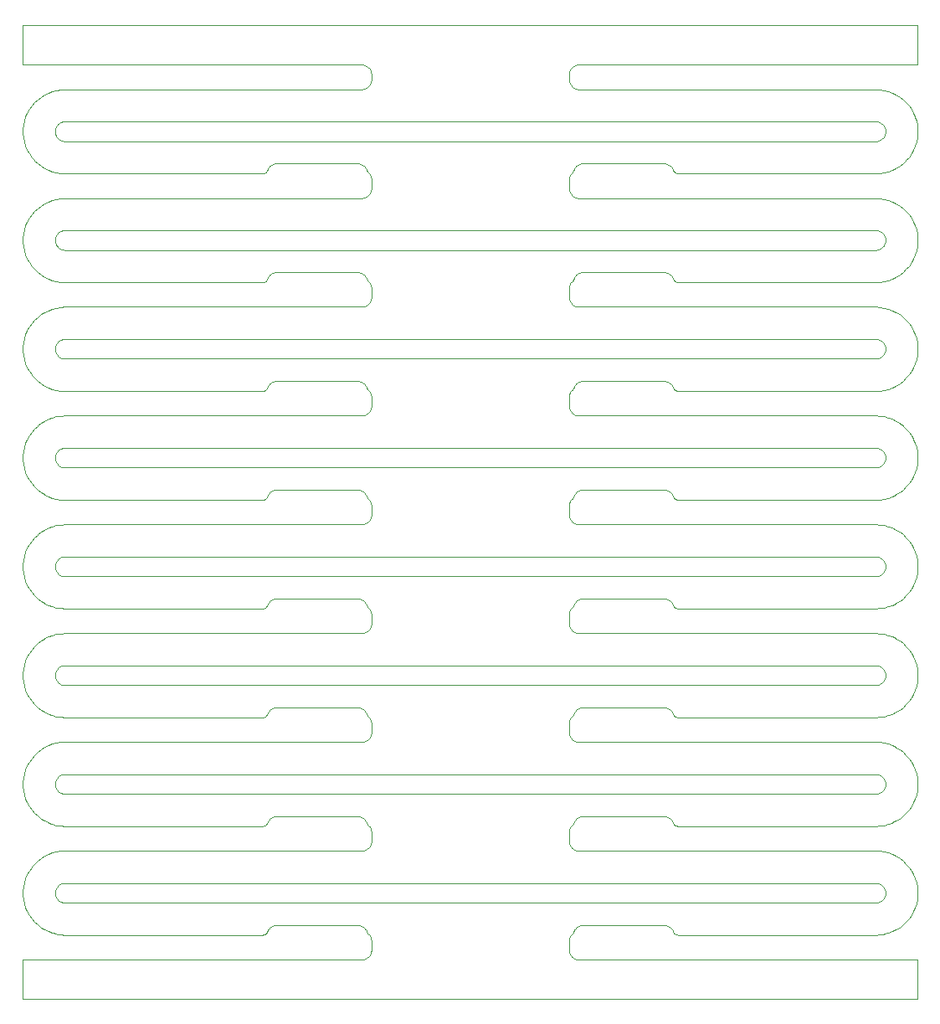
<source format=gbr>
G04 #@! TF.GenerationSoftware,KiCad,Pcbnew,5.1.5+dfsg1-2build2*
G04 #@! TF.CreationDate,2021-10-10T04:01:27+00:00*
G04 #@! TF.ProjectId,bobbin_bottom_4.0,626f6262-696e-45f6-926f-74746f6d5f34,rev?*
G04 #@! TF.SameCoordinates,Original*
G04 #@! TF.FileFunction,Legend,Bot*
G04 #@! TF.FilePolarity,Positive*
%FSLAX46Y46*%
G04 Gerber Fmt 4.6, Leading zero omitted, Abs format (unit mm)*
G04 Created by KiCad (PCBNEW 5.1.5+dfsg1-2build2) date 2021-10-10 04:01:27*
%MOMM*%
%LPD*%
G04 APERTURE LIST*
G04 #@! TA.AperFunction,Profile*
%ADD10C,0.100000*%
G04 #@! TD*
G04 APERTURE END LIST*
D10*
X136499900Y-77215900D02*
X136401100Y-77236200D01*
X136596400Y-77185700D02*
X136499900Y-77215900D01*
X136689300Y-77145900D02*
X136596400Y-77185700D01*
X136777600Y-77096800D02*
X136689300Y-77145900D01*
X136860600Y-77039100D02*
X136777600Y-77096800D01*
X136937300Y-76973300D02*
X136860600Y-77039100D01*
X137007100Y-76899800D02*
X136937300Y-76973300D01*
X137069000Y-76819900D02*
X137007100Y-76899800D01*
X137122400Y-76734100D02*
X137069000Y-76819900D01*
X137166900Y-76643400D02*
X137122400Y-76734100D01*
X137202000Y-76548600D02*
X137166900Y-76643400D01*
X137227300Y-76450700D02*
X137202000Y-76548600D01*
X137242600Y-76350800D02*
X137227300Y-76450700D01*
X137247700Y-76249900D02*
X137242600Y-76350800D01*
X137242600Y-76149200D02*
X137247700Y-76249900D01*
X137227300Y-76049300D02*
X137242600Y-76149200D01*
X137202000Y-75951500D02*
X137227300Y-76049300D01*
X137166900Y-75856700D02*
X137202000Y-75951500D01*
X137122400Y-75766000D02*
X137166900Y-75856700D01*
X137069000Y-75680200D02*
X137122400Y-75766000D01*
X137007100Y-75600300D02*
X137069000Y-75680200D01*
X136937300Y-75526800D02*
X137007100Y-75600300D01*
X136860600Y-75461000D02*
X136937300Y-75526800D01*
X136777600Y-75403300D02*
X136860600Y-75461000D01*
X136689300Y-75354200D02*
X136777600Y-75403300D01*
X136596600Y-75314500D02*
X136689300Y-75354200D01*
X136500200Y-75284200D02*
X136596600Y-75314500D01*
X136401200Y-75263800D02*
X136500200Y-75284200D01*
X136300700Y-75253600D02*
X136401200Y-75263800D01*
X136224800Y-75251000D02*
X136300700Y-75253600D01*
X54275400Y-75251000D02*
X136224800Y-75251000D01*
X54199100Y-75253600D02*
X54275400Y-75251000D01*
X54098800Y-75263800D02*
X54199100Y-75253600D01*
X53999800Y-75284200D02*
X54098800Y-75263800D01*
X53903400Y-75314500D02*
X53999800Y-75284200D01*
X53810500Y-75354300D02*
X53903400Y-75314500D01*
X53722100Y-75403400D02*
X53810500Y-75354300D01*
X53639200Y-75461200D02*
X53722100Y-75403400D01*
X53562500Y-75527000D02*
X53639200Y-75461200D01*
X53492900Y-75600300D02*
X53562500Y-75527000D01*
X53431000Y-75680200D02*
X53492900Y-75600300D01*
X53377600Y-75766000D02*
X53431000Y-75680200D01*
X53333100Y-75856700D02*
X53377600Y-75766000D01*
X53298100Y-75951200D02*
X53333100Y-75856700D01*
X53272700Y-76049100D02*
X53298100Y-75951200D01*
X53257400Y-76149000D02*
X53272700Y-76049100D01*
X53252300Y-76249900D02*
X53257400Y-76149000D01*
X53257400Y-76350800D02*
X53252300Y-76249900D01*
X53272700Y-76450700D02*
X53257400Y-76350800D01*
X53298000Y-76548600D02*
X53272700Y-76450700D01*
X53333100Y-76643400D02*
X53298000Y-76548600D01*
X53377600Y-76734100D02*
X53333100Y-76643400D01*
X53431000Y-76819900D02*
X53377600Y-76734100D01*
X53492900Y-76899800D02*
X53431000Y-76819900D01*
X53562500Y-76973100D02*
X53492900Y-76899800D01*
X53639200Y-77038900D02*
X53562500Y-76973100D01*
X53722100Y-77096700D02*
X53639200Y-77038900D01*
X53810500Y-77145700D02*
X53722100Y-77096700D01*
X53903400Y-77185600D02*
X53810500Y-77145700D01*
X53999800Y-77215900D02*
X53903400Y-77185600D01*
X54098800Y-77236200D02*
X53999800Y-77215900D01*
X54199300Y-77246500D02*
X54098800Y-77236200D01*
X54275200Y-77249000D02*
X54199300Y-77246500D01*
X136224900Y-77249000D02*
X54275200Y-77249000D01*
X136300500Y-77246500D02*
X136224900Y-77249000D01*
X136401100Y-77236200D02*
X136300500Y-77246500D01*
X136499900Y-132216000D02*
X136401100Y-132236300D01*
X136596400Y-132185800D02*
X136499900Y-132216000D01*
X136689300Y-132145900D02*
X136596400Y-132185800D01*
X136777600Y-132096900D02*
X136689300Y-132145900D01*
X136860600Y-132039200D02*
X136777600Y-132096900D01*
X136937300Y-131973400D02*
X136860600Y-132039200D01*
X137007100Y-131899900D02*
X136937300Y-131973400D01*
X137069000Y-131820000D02*
X137007100Y-131899900D01*
X137122400Y-131734200D02*
X137069000Y-131820000D01*
X137166900Y-131643500D02*
X137122400Y-131734200D01*
X137202000Y-131548700D02*
X137166900Y-131643500D01*
X137227300Y-131450800D02*
X137202000Y-131548700D01*
X137242600Y-131350900D02*
X137227300Y-131450800D01*
X137247700Y-131250000D02*
X137242600Y-131350900D01*
X137242600Y-131149300D02*
X137247700Y-131250000D01*
X137227300Y-131049400D02*
X137242600Y-131149300D01*
X137202000Y-130951600D02*
X137227300Y-131049400D01*
X137166900Y-130856800D02*
X137202000Y-130951600D01*
X137122400Y-130766100D02*
X137166900Y-130856800D01*
X137069000Y-130680300D02*
X137122400Y-130766100D01*
X137007100Y-130600300D02*
X137069000Y-130680300D01*
X136937300Y-130526900D02*
X137007100Y-130600300D01*
X136860600Y-130461100D02*
X136937300Y-130526900D01*
X136777600Y-130403300D02*
X136860600Y-130461100D01*
X136689300Y-130354300D02*
X136777600Y-130403300D01*
X136596600Y-130314600D02*
X136689300Y-130354300D01*
X136500200Y-130284300D02*
X136596600Y-130314600D01*
X136401200Y-130263900D02*
X136500200Y-130284300D01*
X136300700Y-130253700D02*
X136401200Y-130263900D01*
X136224800Y-130251100D02*
X136300700Y-130253700D01*
X54275400Y-130251100D02*
X136224800Y-130251100D01*
X54199200Y-130253700D02*
X54275400Y-130251100D01*
X54098800Y-130263900D02*
X54199200Y-130253700D01*
X53999800Y-130284300D02*
X54098800Y-130263900D01*
X53903400Y-130314600D02*
X53999800Y-130284300D01*
X53810500Y-130354400D02*
X53903400Y-130314600D01*
X53722100Y-130403500D02*
X53810500Y-130354400D01*
X53639200Y-130461200D02*
X53722100Y-130403500D01*
X53562500Y-130527100D02*
X53639200Y-130461200D01*
X53492900Y-130600300D02*
X53562500Y-130527100D01*
X53431000Y-130680300D02*
X53492900Y-130600300D01*
X53377600Y-130766100D02*
X53431000Y-130680300D01*
X53333100Y-130856800D02*
X53377600Y-130766100D01*
X53298100Y-130951300D02*
X53333100Y-130856800D01*
X53272700Y-131049200D02*
X53298100Y-130951300D01*
X53257400Y-131149100D02*
X53272700Y-131049200D01*
X53252300Y-131250000D02*
X53257400Y-131149100D01*
X53257400Y-131350900D02*
X53252300Y-131250000D01*
X53272700Y-131450800D02*
X53257400Y-131350900D01*
X53298000Y-131548700D02*
X53272700Y-131450800D01*
X53333100Y-131643500D02*
X53298000Y-131548700D01*
X53377600Y-131734200D02*
X53333100Y-131643500D01*
X53431000Y-131820000D02*
X53377600Y-131734200D01*
X53492900Y-131899900D02*
X53431000Y-131820000D01*
X53562500Y-131973200D02*
X53492900Y-131899900D01*
X53639200Y-132039000D02*
X53562500Y-131973200D01*
X53722100Y-132096800D02*
X53639200Y-132039000D01*
X53810500Y-132145800D02*
X53722100Y-132096800D01*
X53903400Y-132185700D02*
X53810500Y-132145800D01*
X53999800Y-132216000D02*
X53903400Y-132185700D01*
X54098800Y-132236300D02*
X53999800Y-132216000D01*
X54199300Y-132246600D02*
X54098800Y-132236300D01*
X54275200Y-132249100D02*
X54199300Y-132246600D01*
X136224900Y-132249100D02*
X54275200Y-132249100D01*
X136300500Y-132246500D02*
X136224900Y-132249100D01*
X136401100Y-132236300D02*
X136300500Y-132246500D01*
X136499900Y-66215900D02*
X136401000Y-66236200D01*
X136596400Y-66185700D02*
X136499900Y-66215900D01*
X136689300Y-66145800D02*
X136596400Y-66185700D01*
X136777600Y-66096800D02*
X136689300Y-66145800D01*
X136860600Y-66039100D02*
X136777600Y-66096800D01*
X136937300Y-65973300D02*
X136860600Y-66039100D01*
X137007100Y-65899800D02*
X136937300Y-65973300D01*
X137068800Y-65820100D02*
X137007100Y-65899800D01*
X137122300Y-65734300D02*
X137068800Y-65820100D01*
X137166800Y-65643600D02*
X137122300Y-65734300D01*
X137201900Y-65548800D02*
X137166800Y-65643600D01*
X137227300Y-65451000D02*
X137201900Y-65548800D01*
X137242600Y-65351100D02*
X137227300Y-65451000D01*
X137247700Y-65250200D02*
X137242600Y-65351100D01*
X137242600Y-65149200D02*
X137247700Y-65250200D01*
X137227300Y-65049300D02*
X137242600Y-65149200D01*
X137202000Y-64951500D02*
X137227300Y-65049300D01*
X137166800Y-64856400D02*
X137202000Y-64951500D01*
X137122300Y-64765700D02*
X137166800Y-64856400D01*
X137068800Y-64679900D02*
X137122300Y-64765700D01*
X137006900Y-64600000D02*
X137068800Y-64679900D01*
X136937300Y-64526800D02*
X137006900Y-64600000D01*
X136860600Y-64461000D02*
X136937300Y-64526800D01*
X136777600Y-64403200D02*
X136860600Y-64461000D01*
X136689500Y-64354300D02*
X136777600Y-64403200D01*
X136596600Y-64314500D02*
X136689500Y-64354300D01*
X136500200Y-64284200D02*
X136596600Y-64314500D01*
X136401200Y-64263800D02*
X136500200Y-64284200D01*
X136300700Y-64253600D02*
X136401200Y-64263800D01*
X136224800Y-64251000D02*
X136300700Y-64253600D01*
X54275300Y-64251000D02*
X136224800Y-64251000D01*
X54199200Y-64253600D02*
X54275300Y-64251000D01*
X54098800Y-64263800D02*
X54199200Y-64253600D01*
X53999800Y-64284200D02*
X54098800Y-64263800D01*
X53903400Y-64314500D02*
X53999800Y-64284200D01*
X53810500Y-64354300D02*
X53903400Y-64314500D01*
X53722100Y-64403400D02*
X53810500Y-64354300D01*
X53639200Y-64461100D02*
X53722100Y-64403400D01*
X53562500Y-64527000D02*
X53639200Y-64461100D01*
X53492900Y-64600200D02*
X53562500Y-64527000D01*
X53431000Y-64680200D02*
X53492900Y-64600200D01*
X53377600Y-64765900D02*
X53431000Y-64680200D01*
X53333100Y-64856700D02*
X53377600Y-64765900D01*
X53298000Y-64951500D02*
X53333100Y-64856700D01*
X53272700Y-65049000D02*
X53298000Y-64951500D01*
X53257400Y-65148900D02*
X53272700Y-65049000D01*
X53252300Y-65249900D02*
X53257400Y-65148900D01*
X53257400Y-65350800D02*
X53252300Y-65249900D01*
X53272700Y-65450700D02*
X53257400Y-65350800D01*
X53298000Y-65548600D02*
X53272700Y-65450700D01*
X53333100Y-65643300D02*
X53298000Y-65548600D01*
X53377600Y-65734100D02*
X53333100Y-65643300D01*
X53431000Y-65819900D02*
X53377600Y-65734100D01*
X53492900Y-65899800D02*
X53431000Y-65819900D01*
X53562500Y-65973100D02*
X53492900Y-65899800D01*
X53639200Y-66038900D02*
X53562500Y-65973100D01*
X53722100Y-66096700D02*
X53639200Y-66038900D01*
X53810500Y-66145700D02*
X53722100Y-66096700D01*
X53903400Y-66185600D02*
X53810500Y-66145700D01*
X53999800Y-66215900D02*
X53903400Y-66185600D01*
X54098800Y-66236200D02*
X53999800Y-66215900D01*
X54199300Y-66246400D02*
X54098800Y-66236200D01*
X54275200Y-66249000D02*
X54199300Y-66246400D01*
X136224900Y-66249000D02*
X54275200Y-66249000D01*
X136300600Y-66246400D02*
X136224900Y-66249000D01*
X136401000Y-66236200D02*
X136300600Y-66246400D01*
X136499900Y-121216000D02*
X136401000Y-121236300D01*
X136596400Y-121185800D02*
X136499900Y-121216000D01*
X136689300Y-121145900D02*
X136596400Y-121185800D01*
X136777600Y-121096900D02*
X136689300Y-121145900D01*
X136860600Y-121039200D02*
X136777600Y-121096900D01*
X136937300Y-120973300D02*
X136860600Y-121039200D01*
X137007100Y-120899900D02*
X136937300Y-120973300D01*
X137069000Y-120820000D02*
X137007100Y-120899900D01*
X137122400Y-120734200D02*
X137069000Y-120820000D01*
X137166900Y-120643400D02*
X137122400Y-120734200D01*
X137202000Y-120548700D02*
X137166900Y-120643400D01*
X137227300Y-120450800D02*
X137202000Y-120548700D01*
X137242600Y-120350900D02*
X137227300Y-120450800D01*
X137247700Y-120250000D02*
X137242600Y-120350900D01*
X137242600Y-120149300D02*
X137247700Y-120250000D01*
X137227300Y-120049400D02*
X137242600Y-120149300D01*
X137202000Y-119951600D02*
X137227300Y-120049400D01*
X137166900Y-119856800D02*
X137202000Y-119951600D01*
X137122400Y-119766000D02*
X137166900Y-119856800D01*
X137069000Y-119680300D02*
X137122400Y-119766000D01*
X137007100Y-119600300D02*
X137069000Y-119680300D01*
X136937300Y-119526900D02*
X137007100Y-119600300D01*
X136860600Y-119461100D02*
X136937300Y-119526900D01*
X136777600Y-119403300D02*
X136860600Y-119461100D01*
X136689300Y-119354300D02*
X136777600Y-119403300D01*
X136596600Y-119314500D02*
X136689300Y-119354300D01*
X136500200Y-119284300D02*
X136596600Y-119314500D01*
X136401200Y-119263900D02*
X136500200Y-119284300D01*
X136300700Y-119253700D02*
X136401200Y-119263900D01*
X136224800Y-119251100D02*
X136300700Y-119253700D01*
X54275300Y-119251100D02*
X136224800Y-119251100D01*
X54199300Y-119253700D02*
X54275300Y-119251100D01*
X54098800Y-119263900D02*
X54199300Y-119253700D01*
X53999800Y-119284300D02*
X54098800Y-119263900D01*
X53903400Y-119314500D02*
X53999800Y-119284300D01*
X53810500Y-119354400D02*
X53903400Y-119314500D01*
X53722100Y-119403500D02*
X53810500Y-119354400D01*
X53639200Y-119461200D02*
X53722100Y-119403500D01*
X53562500Y-119527100D02*
X53639200Y-119461200D01*
X53492900Y-119600300D02*
X53562500Y-119527100D01*
X53431000Y-119680300D02*
X53492900Y-119600300D01*
X53377600Y-119766000D02*
X53431000Y-119680300D01*
X53333100Y-119856800D02*
X53377600Y-119766000D01*
X53298100Y-119951300D02*
X53333100Y-119856800D01*
X53272700Y-120049100D02*
X53298100Y-119951300D01*
X53257400Y-120149000D02*
X53272700Y-120049100D01*
X53252300Y-120250000D02*
X53257400Y-120149000D01*
X53257400Y-120350900D02*
X53252300Y-120250000D01*
X53272700Y-120450800D02*
X53257400Y-120350900D01*
X53298000Y-120548700D02*
X53272700Y-120450800D01*
X53333100Y-120643400D02*
X53298000Y-120548700D01*
X53377600Y-120734200D02*
X53333100Y-120643400D01*
X53431000Y-120820000D02*
X53377600Y-120734200D01*
X53492900Y-120899900D02*
X53431000Y-120820000D01*
X53562500Y-120973200D02*
X53492900Y-120899900D01*
X53639200Y-121039000D02*
X53562500Y-120973200D01*
X53722100Y-121096700D02*
X53639200Y-121039000D01*
X53810500Y-121145800D02*
X53722100Y-121096700D01*
X53903400Y-121185700D02*
X53810500Y-121145800D01*
X53999800Y-121215900D02*
X53903400Y-121185700D01*
X54098800Y-121236300D02*
X53999800Y-121215900D01*
X54199300Y-121246500D02*
X54098800Y-121236300D01*
X54275200Y-121249100D02*
X54199300Y-121246500D01*
X136224800Y-121249100D02*
X54275200Y-121249100D01*
X136300600Y-121246500D02*
X136224800Y-121249100D01*
X136401000Y-121236300D02*
X136300600Y-121246500D01*
X136499900Y-55215900D02*
X136401000Y-55236200D01*
X136596400Y-55185700D02*
X136499900Y-55215900D01*
X136689300Y-55145800D02*
X136596400Y-55185700D01*
X136777600Y-55096800D02*
X136689300Y-55145800D01*
X136860600Y-55039100D02*
X136777600Y-55096800D01*
X136937300Y-54973200D02*
X136860600Y-55039100D01*
X137007100Y-54899800D02*
X136937300Y-54973200D01*
X137068800Y-54820100D02*
X137007100Y-54899800D01*
X137122300Y-54734300D02*
X137068800Y-54820100D01*
X137166800Y-54643600D02*
X137122300Y-54734300D01*
X137201900Y-54548800D02*
X137166800Y-54643600D01*
X137227300Y-54451000D02*
X137201900Y-54548800D01*
X137242600Y-54351100D02*
X137227300Y-54451000D01*
X137247700Y-54250100D02*
X137242600Y-54351100D01*
X137242600Y-54149200D02*
X137247700Y-54250100D01*
X137227300Y-54049300D02*
X137242600Y-54149200D01*
X137202000Y-53951500D02*
X137227300Y-54049300D01*
X137166800Y-53856400D02*
X137202000Y-53951500D01*
X137122300Y-53765700D02*
X137166800Y-53856400D01*
X137068800Y-53679900D02*
X137122300Y-53765700D01*
X137006900Y-53600000D02*
X137068800Y-53679900D01*
X136937300Y-53526800D02*
X137006900Y-53600000D01*
X136860600Y-53460900D02*
X136937300Y-53526800D01*
X136777600Y-53403200D02*
X136860600Y-53460900D01*
X136689500Y-53354300D02*
X136777600Y-53403200D01*
X136596600Y-53314400D02*
X136689500Y-53354300D01*
X136500200Y-53284200D02*
X136596600Y-53314400D01*
X136401200Y-53263800D02*
X136500200Y-53284200D01*
X136300700Y-53253600D02*
X136401200Y-53263800D01*
X136224800Y-53251000D02*
X136300700Y-53253600D01*
X54275200Y-53251000D02*
X136224800Y-53251000D01*
X54199300Y-53253600D02*
X54275200Y-53251000D01*
X54098800Y-53263800D02*
X54199300Y-53253600D01*
X53999800Y-53284200D02*
X54098800Y-53263800D01*
X53903400Y-53314400D02*
X53999800Y-53284200D01*
X53810500Y-53354300D02*
X53903400Y-53314400D01*
X53722100Y-53403400D02*
X53810500Y-53354300D01*
X53639200Y-53461100D02*
X53722100Y-53403400D01*
X53562500Y-53527000D02*
X53639200Y-53461100D01*
X53492900Y-53600200D02*
X53562500Y-53527000D01*
X53431000Y-53680200D02*
X53492900Y-53600200D01*
X53377600Y-53765900D02*
X53431000Y-53680200D01*
X53333100Y-53856700D02*
X53377600Y-53765900D01*
X53298000Y-53951500D02*
X53333100Y-53856700D01*
X53272700Y-54049000D02*
X53298000Y-53951500D01*
X53257400Y-54148900D02*
X53272700Y-54049000D01*
X53252300Y-54249900D02*
X53257400Y-54148900D01*
X53257400Y-54350800D02*
X53252300Y-54249900D01*
X53272700Y-54450700D02*
X53257400Y-54350800D01*
X53298000Y-54548500D02*
X53272700Y-54450700D01*
X53333100Y-54643300D02*
X53298000Y-54548500D01*
X53377600Y-54734100D02*
X53333100Y-54643300D01*
X53431000Y-54819900D02*
X53377600Y-54734100D01*
X53492900Y-54899800D02*
X53431000Y-54819900D01*
X53562500Y-54973000D02*
X53492900Y-54899800D01*
X53639200Y-55038900D02*
X53562500Y-54973000D01*
X53722100Y-55096600D02*
X53639200Y-55038900D01*
X53810500Y-55145700D02*
X53722100Y-55096600D01*
X53903400Y-55185600D02*
X53810500Y-55145700D01*
X53999800Y-55215800D02*
X53903400Y-55185600D01*
X54098800Y-55236200D02*
X53999800Y-55215800D01*
X54199300Y-55246400D02*
X54098800Y-55236200D01*
X54275200Y-55249000D02*
X54199300Y-55246400D01*
X136224800Y-55249000D02*
X54275200Y-55249000D01*
X136300700Y-55246400D02*
X136224800Y-55249000D01*
X136401000Y-55236200D02*
X136300700Y-55246400D01*
X136500200Y-110215900D02*
X136400900Y-110236300D01*
X136596600Y-110185700D02*
X136500200Y-110215900D01*
X136689500Y-110145800D02*
X136596600Y-110185700D01*
X136777900Y-110096700D02*
X136689500Y-110145800D01*
X136860800Y-110039000D02*
X136777900Y-110096700D01*
X136937500Y-109973100D02*
X136860800Y-110039000D01*
X137007100Y-109899900D02*
X136937500Y-109973100D01*
X137069000Y-109819900D02*
X137007100Y-109899900D01*
X137122400Y-109734200D02*
X137069000Y-109819900D01*
X137166900Y-109643400D02*
X137122400Y-109734200D01*
X137202000Y-109548600D02*
X137166900Y-109643400D01*
X137227300Y-109450800D02*
X137202000Y-109548600D01*
X137242600Y-109350900D02*
X137227300Y-109450800D01*
X137247700Y-109250000D02*
X137242600Y-109350900D01*
X137242600Y-109149300D02*
X137247700Y-109250000D01*
X137227300Y-109049400D02*
X137242600Y-109149300D01*
X137202000Y-108951500D02*
X137227300Y-109049400D01*
X137166900Y-108856800D02*
X137202000Y-108951500D01*
X137122400Y-108766000D02*
X137166900Y-108856800D01*
X137069000Y-108680200D02*
X137122400Y-108766000D01*
X137007100Y-108600300D02*
X137069000Y-108680200D01*
X136937300Y-108526900D02*
X137007100Y-108600300D01*
X136860600Y-108461000D02*
X136937300Y-108526900D01*
X136777600Y-108403300D02*
X136860600Y-108461000D01*
X136689300Y-108354300D02*
X136777600Y-108403300D01*
X136596600Y-108314500D02*
X136689300Y-108354300D01*
X136500200Y-108284300D02*
X136596600Y-108314500D01*
X136401200Y-108263900D02*
X136500200Y-108284300D01*
X136300700Y-108253700D02*
X136401200Y-108263900D01*
X136224800Y-108251100D02*
X136300700Y-108253700D01*
X54275200Y-108251100D02*
X136224800Y-108251100D01*
X54199400Y-108253700D02*
X54275200Y-108251100D01*
X54098800Y-108263900D02*
X54199400Y-108253700D01*
X53999800Y-108284300D02*
X54098800Y-108263900D01*
X53903400Y-108314500D02*
X53999800Y-108284300D01*
X53810500Y-108354400D02*
X53903400Y-108314500D01*
X53722100Y-108403500D02*
X53810500Y-108354400D01*
X53639200Y-108461200D02*
X53722100Y-108403500D01*
X53562500Y-108527000D02*
X53639200Y-108461200D01*
X53492900Y-108600300D02*
X53562500Y-108527000D01*
X53431000Y-108680200D02*
X53492900Y-108600300D01*
X53377600Y-108766000D02*
X53431000Y-108680200D01*
X53333100Y-108856800D02*
X53377600Y-108766000D01*
X53298100Y-108951300D02*
X53333100Y-108856800D01*
X53272700Y-109049100D02*
X53298100Y-108951300D01*
X53257400Y-109149000D02*
X53272700Y-109049100D01*
X53252300Y-109250000D02*
X53257400Y-109149000D01*
X53257400Y-109350900D02*
X53252300Y-109250000D01*
X53272700Y-109450800D02*
X53257400Y-109350900D01*
X53298000Y-109548600D02*
X53272700Y-109450800D01*
X53333100Y-109643400D02*
X53298000Y-109548600D01*
X53377600Y-109734200D02*
X53333100Y-109643400D01*
X53431000Y-109819900D02*
X53377600Y-109734200D01*
X53492900Y-109899900D02*
X53431000Y-109819900D01*
X53562500Y-109973100D02*
X53492900Y-109899900D01*
X53639200Y-110039000D02*
X53562500Y-109973100D01*
X53722100Y-110096700D02*
X53639200Y-110039000D01*
X53810500Y-110145800D02*
X53722100Y-110096700D01*
X53903400Y-110185700D02*
X53810500Y-110145800D01*
X53999800Y-110215900D02*
X53903400Y-110185700D01*
X54098800Y-110236300D02*
X53999800Y-110215900D01*
X54199300Y-110246500D02*
X54098800Y-110236300D01*
X54275200Y-110249100D02*
X54199300Y-110246500D01*
X136224700Y-110249100D02*
X54275200Y-110249100D01*
X136300700Y-110246500D02*
X136224700Y-110249100D01*
X136400900Y-110236300D02*
X136300700Y-110246500D01*
X136500200Y-99215900D02*
X136400800Y-99236300D01*
X136596600Y-99185600D02*
X136500200Y-99215900D01*
X136689500Y-99145800D02*
X136596600Y-99185600D01*
X136777900Y-99096700D02*
X136689500Y-99145800D01*
X136860800Y-99039000D02*
X136777900Y-99096700D01*
X136937500Y-98973100D02*
X136860800Y-99039000D01*
X137007100Y-98899900D02*
X136937500Y-98973100D01*
X137069000Y-98819900D02*
X137007100Y-98899900D01*
X137122400Y-98734100D02*
X137069000Y-98819900D01*
X137166900Y-98643400D02*
X137122400Y-98734100D01*
X137202000Y-98548600D02*
X137166900Y-98643400D01*
X137227300Y-98450800D02*
X137202000Y-98548600D01*
X137242600Y-98350900D02*
X137227300Y-98450800D01*
X137247700Y-98249900D02*
X137242600Y-98350900D01*
X137242600Y-98149300D02*
X137247700Y-98249900D01*
X137227300Y-98049400D02*
X137242600Y-98149300D01*
X137202000Y-97951500D02*
X137227300Y-98049400D01*
X137166900Y-97856700D02*
X137202000Y-97951500D01*
X137122400Y-97766000D02*
X137166900Y-97856700D01*
X137069000Y-97680200D02*
X137122400Y-97766000D01*
X137007100Y-97600300D02*
X137069000Y-97680200D01*
X136937300Y-97526800D02*
X137007100Y-97600300D01*
X136860600Y-97461000D02*
X136937300Y-97526800D01*
X136777600Y-97403300D02*
X136860600Y-97461000D01*
X136689300Y-97354300D02*
X136777600Y-97403300D01*
X136596600Y-97314500D02*
X136689300Y-97354300D01*
X136500200Y-97284200D02*
X136596600Y-97314500D01*
X136401200Y-97263900D02*
X136500200Y-97284200D01*
X136300700Y-97253600D02*
X136401200Y-97263900D01*
X136224800Y-97251100D02*
X136300700Y-97253600D01*
X54275100Y-97251100D02*
X136224800Y-97251100D01*
X54199500Y-97253700D02*
X54275100Y-97251100D01*
X54098800Y-97263900D02*
X54199500Y-97253700D01*
X53999800Y-97284200D02*
X54098800Y-97263900D01*
X53903400Y-97314500D02*
X53999800Y-97284200D01*
X53810500Y-97354400D02*
X53903400Y-97314500D01*
X53722100Y-97403400D02*
X53810500Y-97354400D01*
X53639200Y-97461200D02*
X53722100Y-97403400D01*
X53562500Y-97527000D02*
X53639200Y-97461200D01*
X53492900Y-97600300D02*
X53562500Y-97527000D01*
X53431000Y-97680200D02*
X53492900Y-97600300D01*
X53377600Y-97766000D02*
X53431000Y-97680200D01*
X53333100Y-97856700D02*
X53377600Y-97766000D01*
X53298100Y-97951300D02*
X53333100Y-97856700D01*
X53272700Y-98049100D02*
X53298100Y-97951300D01*
X53257400Y-98149000D02*
X53272700Y-98049100D01*
X53252300Y-98249900D02*
X53257400Y-98149000D01*
X53257400Y-98350900D02*
X53252300Y-98249900D01*
X53272700Y-98450800D02*
X53257400Y-98350900D01*
X53298000Y-98548600D02*
X53272700Y-98450800D01*
X53333100Y-98643400D02*
X53298000Y-98548600D01*
X53377600Y-98734100D02*
X53333100Y-98643400D01*
X53431000Y-98819900D02*
X53377600Y-98734100D01*
X53492900Y-98899900D02*
X53431000Y-98819900D01*
X53562500Y-98973100D02*
X53492900Y-98899900D01*
X53639200Y-99039000D02*
X53562500Y-98973100D01*
X53722100Y-99096700D02*
X53639200Y-99039000D01*
X53810500Y-99145800D02*
X53722100Y-99096700D01*
X53903400Y-99185600D02*
X53810500Y-99145800D01*
X53999800Y-99215900D02*
X53903400Y-99185600D01*
X54098800Y-99236300D02*
X53999800Y-99215900D01*
X54199300Y-99246500D02*
X54098800Y-99236300D01*
X54275200Y-99249100D02*
X54199300Y-99246500D01*
X136224600Y-99249100D02*
X54275200Y-99249100D01*
X136300800Y-99246500D02*
X136224600Y-99249100D01*
X136400800Y-99236300D02*
X136300800Y-99246500D01*
X136500200Y-88215900D02*
X136400700Y-88236300D01*
X136596600Y-88185600D02*
X136500200Y-88215900D01*
X136689500Y-88145700D02*
X136596600Y-88185600D01*
X136777900Y-88096700D02*
X136689500Y-88145700D01*
X136860800Y-88038900D02*
X136777900Y-88096700D01*
X136937500Y-87973100D02*
X136860800Y-88038900D01*
X137007100Y-87899800D02*
X136937500Y-87973100D01*
X137069000Y-87819900D02*
X137007100Y-87899800D01*
X137122400Y-87734100D02*
X137069000Y-87819900D01*
X137166900Y-87643400D02*
X137122400Y-87734100D01*
X137202000Y-87548600D02*
X137166900Y-87643400D01*
X137227300Y-87450800D02*
X137202000Y-87548600D01*
X137242600Y-87350900D02*
X137227300Y-87450800D01*
X137247700Y-87249900D02*
X137242600Y-87350900D01*
X137242600Y-87149300D02*
X137247700Y-87249900D01*
X137227300Y-87049400D02*
X137242600Y-87149300D01*
X137202000Y-86951500D02*
X137227300Y-87049400D01*
X137166900Y-86856700D02*
X137202000Y-86951500D01*
X137122400Y-86766000D02*
X137166900Y-86856700D01*
X137069000Y-86680200D02*
X137122400Y-86766000D01*
X137007100Y-86600300D02*
X137069000Y-86680200D01*
X136937300Y-86526800D02*
X137007100Y-86600300D01*
X136860600Y-86461000D02*
X136937300Y-86526800D01*
X136777600Y-86403300D02*
X136860600Y-86461000D01*
X136689300Y-86354200D02*
X136777600Y-86403300D01*
X136596600Y-86314500D02*
X136689300Y-86354200D01*
X136500200Y-86284200D02*
X136596600Y-86314500D01*
X136401200Y-86263900D02*
X136500200Y-86284200D01*
X136300700Y-86253600D02*
X136401200Y-86263900D01*
X136224800Y-86251100D02*
X136300700Y-86253600D01*
X54275000Y-86251100D02*
X136224800Y-86251100D01*
X54199600Y-86253600D02*
X54275000Y-86251100D01*
X54098800Y-86263900D02*
X54199600Y-86253600D01*
X53999800Y-86284200D02*
X54098800Y-86263900D01*
X53903400Y-86314500D02*
X53999800Y-86284200D01*
X53810500Y-86354400D02*
X53903400Y-86314500D01*
X53722100Y-86403400D02*
X53810500Y-86354400D01*
X53639200Y-86461200D02*
X53722100Y-86403400D01*
X53562500Y-86527000D02*
X53639200Y-86461200D01*
X53492900Y-86600300D02*
X53562500Y-86527000D01*
X53431000Y-86680200D02*
X53492900Y-86600300D01*
X53377600Y-86766000D02*
X53431000Y-86680200D01*
X53333100Y-86856700D02*
X53377600Y-86766000D01*
X53298100Y-86951200D02*
X53333100Y-86856700D01*
X53272700Y-87049100D02*
X53298100Y-86951200D01*
X53257400Y-87149000D02*
X53272700Y-87049100D01*
X53252300Y-87249900D02*
X53257400Y-87149000D01*
X53257400Y-87350900D02*
X53252300Y-87249900D01*
X53272700Y-87450800D02*
X53257400Y-87350900D01*
X53298000Y-87548600D02*
X53272700Y-87450800D01*
X53333100Y-87643400D02*
X53298000Y-87548600D01*
X53377600Y-87734100D02*
X53333100Y-87643400D01*
X53431000Y-87819900D02*
X53377600Y-87734100D01*
X53492900Y-87899800D02*
X53431000Y-87819900D01*
X53562500Y-87973100D02*
X53492900Y-87899800D01*
X53639200Y-88038900D02*
X53562500Y-87973100D01*
X53722100Y-88096700D02*
X53639200Y-88038900D01*
X53810500Y-88145700D02*
X53722100Y-88096700D01*
X53903400Y-88185600D02*
X53810500Y-88145700D01*
X53999800Y-88215900D02*
X53903400Y-88185600D01*
X54098800Y-88236200D02*
X53999800Y-88215900D01*
X54199300Y-88246500D02*
X54098800Y-88236200D01*
X54275200Y-88249100D02*
X54199300Y-88246500D01*
X136224500Y-88249100D02*
X54275200Y-88249100D01*
X136300900Y-88246500D02*
X136224500Y-88249100D01*
X136400700Y-88236300D02*
X136300900Y-88246500D01*
X140471000Y-43499000D02*
X50014600Y-43499700D01*
X140486300Y-43499800D02*
X140471000Y-43499000D01*
X140492300Y-43503000D02*
X140486300Y-43499800D01*
X140494800Y-43508200D02*
X140492300Y-43503000D01*
X140495500Y-43523500D02*
X140494800Y-43508200D01*
X140495500Y-47475500D02*
X140495500Y-43523500D01*
X140494300Y-47492700D02*
X140495500Y-47475500D01*
X140491600Y-47496700D02*
X140494300Y-47492700D01*
X140486300Y-47499200D02*
X140491600Y-47496700D01*
X106241200Y-47500000D02*
X140486300Y-47499200D01*
X106144000Y-47504800D02*
X106241200Y-47500000D01*
X106047900Y-47519000D02*
X106144000Y-47504800D01*
X105953600Y-47542600D02*
X106047900Y-47519000D01*
X105862200Y-47575400D02*
X105953600Y-47542600D01*
X105774300Y-47616900D02*
X105862200Y-47575400D01*
X105691000Y-47666900D02*
X105774300Y-47616900D01*
X105613000Y-47724700D02*
X105691000Y-47666900D01*
X105541000Y-47790000D02*
X105613000Y-47724700D01*
X105475700Y-47862000D02*
X105541000Y-47790000D01*
X105417900Y-47940000D02*
X105475700Y-47862000D01*
X105367900Y-48023300D02*
X105417900Y-47940000D01*
X105326400Y-48111100D02*
X105367900Y-48023300D01*
X105293600Y-48202600D02*
X105326400Y-48111100D01*
X105270000Y-48296900D02*
X105293600Y-48202600D01*
X105255800Y-48393000D02*
X105270000Y-48296900D01*
X105251000Y-48490200D02*
X105255800Y-48393000D01*
X105251000Y-49008800D02*
X105251000Y-48490200D01*
X105255800Y-49106000D02*
X105251000Y-49008800D01*
X105270000Y-49202100D02*
X105255800Y-49106000D01*
X105293600Y-49296400D02*
X105270000Y-49202100D01*
X105326400Y-49387900D02*
X105293600Y-49296400D01*
X105367900Y-49475700D02*
X105326400Y-49387900D01*
X105417900Y-49559000D02*
X105367900Y-49475700D01*
X105475700Y-49637000D02*
X105417900Y-49559000D01*
X105541000Y-49709000D02*
X105475700Y-49637000D01*
X105613000Y-49774300D02*
X105541000Y-49709000D01*
X105691000Y-49832100D02*
X105613000Y-49774300D01*
X105774300Y-49882100D02*
X105691000Y-49832100D01*
X105862200Y-49923600D02*
X105774300Y-49882100D01*
X105953600Y-49956400D02*
X105862200Y-49923600D01*
X106047900Y-49980000D02*
X105953600Y-49956400D01*
X106144000Y-49994200D02*
X106047900Y-49980000D01*
X106241200Y-49999000D02*
X106144000Y-49994200D01*
X136243700Y-49999000D02*
X106241200Y-49999000D01*
X136679800Y-50021100D02*
X136243700Y-49999000D01*
X137093100Y-50084100D02*
X136679800Y-50021100D01*
X137118000Y-50089200D02*
X137093100Y-50084100D01*
X137510300Y-50190800D02*
X137118000Y-50089200D01*
X137534500Y-50198400D02*
X137510300Y-50190800D01*
X137926500Y-50343900D02*
X137534500Y-50198400D01*
X138312700Y-50533300D02*
X137926500Y-50343900D01*
X138678100Y-50761100D02*
X138312700Y-50533300D01*
X139008900Y-51016700D02*
X138678100Y-50761100D01*
X139028200Y-51033300D02*
X139008900Y-51016700D01*
X139321900Y-51312400D02*
X139028200Y-51033300D01*
X139339400Y-51330900D02*
X139321900Y-51312400D01*
X139611500Y-51648400D02*
X139339400Y-51330900D01*
X139857200Y-52001400D02*
X139611500Y-51648400D01*
X140066200Y-52377800D02*
X139857200Y-52001400D01*
X140231400Y-52761900D02*
X140066200Y-52377800D01*
X140240200Y-52785700D02*
X140231400Y-52761900D01*
X140361500Y-53172300D02*
X140240200Y-52785700D01*
X140367900Y-53196900D02*
X140361500Y-53172300D01*
X140451700Y-53606600D02*
X140367900Y-53196900D01*
X140494300Y-54022000D02*
X140451700Y-53606600D01*
X140495500Y-54047400D02*
X140494300Y-54022000D01*
X140495200Y-54465600D02*
X140495500Y-54047400D01*
X140451600Y-54893900D02*
X140495200Y-54465600D01*
X140365000Y-55315200D02*
X140451600Y-54893900D01*
X140236200Y-55726100D02*
X140365000Y-55315200D01*
X140066400Y-56121800D02*
X140236200Y-55726100D01*
X139857400Y-56498300D02*
X140066400Y-56121800D01*
X139611500Y-56851700D02*
X139857400Y-56498300D01*
X139339400Y-57169100D02*
X139611500Y-56851700D01*
X139321900Y-57187600D02*
X139339400Y-57169100D01*
X139028200Y-57466700D02*
X139321900Y-57187600D01*
X139008900Y-57483300D02*
X139028200Y-57466700D01*
X138678000Y-57739000D02*
X139008900Y-57483300D01*
X138323800Y-57960100D02*
X138678000Y-57739000D01*
X138301600Y-57972500D02*
X138323800Y-57960100D01*
X137926000Y-58156300D02*
X138301600Y-57972500D01*
X137522700Y-58305700D02*
X137926000Y-58156300D01*
X137105900Y-58413600D02*
X137522700Y-58305700D01*
X136692400Y-58477300D02*
X137105900Y-58413600D01*
X136667400Y-58479800D02*
X136692400Y-58477300D01*
X136243700Y-58501000D02*
X136667400Y-58479800D01*
X116249800Y-58500900D02*
X136243700Y-58501000D01*
X116197400Y-58497900D02*
X116249800Y-58500900D01*
X116146100Y-58489800D02*
X116197400Y-58497900D01*
X116095500Y-58476200D02*
X116146100Y-58489800D01*
X116058300Y-58462300D02*
X116095500Y-58476200D01*
X115999900Y-58433700D02*
X116058300Y-58462300D01*
X115966600Y-58412500D02*
X115999900Y-58433700D01*
X115945300Y-58397000D02*
X115966600Y-58412500D01*
X115905500Y-58363000D02*
X115945300Y-58397000D01*
X115878100Y-58335200D02*
X115905500Y-58363000D01*
X115853000Y-58304700D02*
X115878100Y-58335200D01*
X115816300Y-58250100D02*
X115853000Y-58304700D01*
X115792500Y-58203400D02*
X115816300Y-58250100D01*
X115740500Y-58073800D02*
X115792500Y-58203400D01*
X115697000Y-57990800D02*
X115740500Y-58073800D01*
X115645900Y-57912300D02*
X115697000Y-57990800D01*
X115587700Y-57839000D02*
X115645900Y-57912300D01*
X115522700Y-57771500D02*
X115587700Y-57839000D01*
X115451700Y-57710500D02*
X115522700Y-57771500D01*
X115375200Y-57656400D02*
X115451700Y-57710500D01*
X115293900Y-57609800D02*
X115375200Y-57656400D01*
X115208600Y-57571100D02*
X115293900Y-57609800D01*
X115120000Y-57540700D02*
X115208600Y-57571100D01*
X115029000Y-57518700D02*
X115120000Y-57540700D01*
X114936300Y-57505400D02*
X115029000Y-57518700D01*
X114842500Y-57501000D02*
X114936300Y-57505400D01*
X106657500Y-57501000D02*
X114842500Y-57501000D01*
X106563700Y-57505400D02*
X106657500Y-57501000D01*
X106471000Y-57518700D02*
X106563700Y-57505400D01*
X106380000Y-57540700D02*
X106471000Y-57518700D01*
X106291400Y-57571100D02*
X106380000Y-57540700D01*
X106206100Y-57609800D02*
X106291400Y-57571100D01*
X106124800Y-57656400D02*
X106206100Y-57609800D01*
X106048300Y-57710500D02*
X106124800Y-57656400D01*
X105977300Y-57771500D02*
X106048300Y-57710500D01*
X105912300Y-57839000D02*
X105977300Y-57771500D01*
X105854100Y-57912300D02*
X105912300Y-57839000D01*
X105803000Y-57990800D02*
X105854100Y-57912300D01*
X105759500Y-58073800D02*
X105803000Y-57990800D01*
X105701800Y-58215300D02*
X105759500Y-58073800D01*
X105683700Y-58250100D02*
X105701800Y-58215300D01*
X105662300Y-58283700D02*
X105683700Y-58250100D01*
X105621900Y-58335200D02*
X105662300Y-58283700D01*
X105565200Y-58390300D02*
X105621900Y-58335200D01*
X105494600Y-58463400D02*
X105565200Y-58390300D01*
X105432000Y-58543100D02*
X105494600Y-58463400D01*
X105378000Y-58628700D02*
X105432000Y-58543100D01*
X105332900Y-58719500D02*
X105378000Y-58628700D01*
X105297400Y-58814400D02*
X105332900Y-58719500D01*
X105271700Y-58912400D02*
X105297400Y-58814400D01*
X105256200Y-59012500D02*
X105271700Y-58912400D01*
X105251000Y-59114000D02*
X105256200Y-59012500D01*
X105251000Y-60008800D02*
X105251000Y-59114000D01*
X105255800Y-60106000D02*
X105251000Y-60008800D01*
X105270000Y-60202100D02*
X105255800Y-60106000D01*
X105293600Y-60296400D02*
X105270000Y-60202100D01*
X105326400Y-60387900D02*
X105293600Y-60296400D01*
X105367900Y-60475700D02*
X105326400Y-60387900D01*
X105417900Y-60559000D02*
X105367900Y-60475700D01*
X105475700Y-60637100D02*
X105417900Y-60559000D01*
X105541000Y-60709000D02*
X105475700Y-60637100D01*
X105613000Y-60774300D02*
X105541000Y-60709000D01*
X105691000Y-60832200D02*
X105613000Y-60774300D01*
X105774300Y-60882100D02*
X105691000Y-60832200D01*
X105862200Y-60923600D02*
X105774300Y-60882100D01*
X105953600Y-60956400D02*
X105862200Y-60923600D01*
X106047900Y-60980000D02*
X105953600Y-60956400D01*
X106144000Y-60994200D02*
X106047900Y-60980000D01*
X106241200Y-60999000D02*
X106144000Y-60994200D01*
X136243700Y-60999000D02*
X106241200Y-60999000D01*
X136679800Y-61021100D02*
X136243700Y-60999000D01*
X137105400Y-61086300D02*
X136679800Y-61021100D01*
X137522300Y-61194200D02*
X137105400Y-61086300D01*
X137914500Y-61339100D02*
X137522300Y-61194200D01*
X137937800Y-61349100D02*
X137914500Y-61339100D01*
X138301600Y-61527600D02*
X137937800Y-61349100D01*
X138323800Y-61539900D02*
X138301600Y-61527600D01*
X138678500Y-61761400D02*
X138323800Y-61539900D01*
X139018600Y-62024600D02*
X138678500Y-61761400D01*
X139330700Y-62321300D02*
X139018600Y-62024600D01*
X139603300Y-62638300D02*
X139330700Y-62321300D01*
X139618900Y-62658400D02*
X139603300Y-62638300D01*
X139850300Y-62990900D02*
X139618900Y-62658400D01*
X139863800Y-63012500D02*
X139850300Y-62990900D01*
X140066400Y-63378300D02*
X139863800Y-63012500D01*
X140236000Y-63773500D02*
X140066400Y-63378300D01*
X140364900Y-64184400D02*
X140236000Y-63773500D01*
X140449400Y-64593800D02*
X140364900Y-64184400D01*
X140453300Y-64619000D02*
X140449400Y-64593800D01*
X140494300Y-65022000D02*
X140453300Y-64619000D01*
X140495500Y-65047400D02*
X140494300Y-65022000D01*
X140495200Y-65465600D02*
X140495500Y-65047400D01*
X140451600Y-65894000D02*
X140495200Y-65465600D01*
X140365000Y-66315200D02*
X140451600Y-65894000D01*
X140236200Y-66726100D02*
X140365000Y-66315200D01*
X140066400Y-67121800D02*
X140236200Y-66726100D01*
X139857400Y-67498300D02*
X140066400Y-67121800D01*
X139611500Y-67851700D02*
X139857400Y-67498300D01*
X139339400Y-68169100D02*
X139611500Y-67851700D01*
X139321900Y-68187600D02*
X139339400Y-68169100D01*
X139028200Y-68466700D02*
X139321900Y-68187600D01*
X139008900Y-68483300D02*
X139028200Y-68466700D01*
X138678000Y-68739000D02*
X139008900Y-68483300D01*
X138323800Y-68960100D02*
X138678000Y-68739000D01*
X138301600Y-68972500D02*
X138323800Y-68960100D01*
X137926000Y-69156300D02*
X138301600Y-68972500D01*
X137522700Y-69305700D02*
X137926000Y-69156300D01*
X137105900Y-69413600D02*
X137522700Y-69305700D01*
X136692400Y-69477300D02*
X137105900Y-69413600D01*
X136667400Y-69479900D02*
X136692400Y-69477300D01*
X136243700Y-69501000D02*
X136667400Y-69479900D01*
X116249800Y-69500900D02*
X136243700Y-69501000D01*
X116197400Y-69497900D02*
X116249800Y-69500900D01*
X116146100Y-69489800D02*
X116197400Y-69497900D01*
X116095500Y-69476200D02*
X116146100Y-69489800D01*
X116058300Y-69462300D02*
X116095500Y-69476200D01*
X115999900Y-69433700D02*
X116058300Y-69462300D01*
X115966600Y-69412500D02*
X115999900Y-69433700D01*
X115945300Y-69397100D02*
X115966600Y-69412500D01*
X115905500Y-69363000D02*
X115945300Y-69397100D01*
X115878100Y-69335200D02*
X115905500Y-69363000D01*
X115853000Y-69304700D02*
X115878100Y-69335200D01*
X115816300Y-69250100D02*
X115853000Y-69304700D01*
X115792500Y-69203400D02*
X115816300Y-69250100D01*
X115740500Y-69073800D02*
X115792500Y-69203400D01*
X115697000Y-68990800D02*
X115740500Y-69073800D01*
X115645900Y-68912300D02*
X115697000Y-68990800D01*
X115587700Y-68839000D02*
X115645900Y-68912300D01*
X115522700Y-68771500D02*
X115587700Y-68839000D01*
X115451700Y-68710500D02*
X115522700Y-68771500D01*
X115375200Y-68656400D02*
X115451700Y-68710500D01*
X115293900Y-68609800D02*
X115375200Y-68656400D01*
X115208600Y-68571100D02*
X115293900Y-68609800D01*
X115120000Y-68540700D02*
X115208600Y-68571100D01*
X115029000Y-68518700D02*
X115120000Y-68540700D01*
X114936200Y-68505400D02*
X115029000Y-68518700D01*
X114842400Y-68501000D02*
X114936200Y-68505400D01*
X106657500Y-68501000D02*
X114842400Y-68501000D01*
X106563700Y-68505500D02*
X106657500Y-68501000D01*
X106471000Y-68518700D02*
X106563700Y-68505500D01*
X106380000Y-68540700D02*
X106471000Y-68518700D01*
X106291400Y-68571100D02*
X106380000Y-68540700D01*
X106206100Y-68609800D02*
X106291400Y-68571100D01*
X106124800Y-68656400D02*
X106206100Y-68609800D01*
X106048300Y-68710500D02*
X106124800Y-68656400D01*
X105977300Y-68771500D02*
X106048300Y-68710500D01*
X105912300Y-68839000D02*
X105977300Y-68771500D01*
X105854100Y-68912300D02*
X105912300Y-68839000D01*
X105803000Y-68990900D02*
X105854100Y-68912300D01*
X105759500Y-69073800D02*
X105803000Y-68990900D01*
X105701800Y-69215300D02*
X105759500Y-69073800D01*
X105683400Y-69250600D02*
X105701800Y-69215300D01*
X105655200Y-69294100D02*
X105683400Y-69250600D01*
X105621900Y-69335200D02*
X105655200Y-69294100D01*
X105565200Y-69390300D02*
X105621900Y-69335200D01*
X105494600Y-69463400D02*
X105565200Y-69390300D01*
X105432000Y-69543100D02*
X105494600Y-69463400D01*
X105378000Y-69628800D02*
X105432000Y-69543100D01*
X105332900Y-69719500D02*
X105378000Y-69628800D01*
X105297400Y-69814400D02*
X105332900Y-69719500D01*
X105271700Y-69912400D02*
X105297400Y-69814400D01*
X105256200Y-70012600D02*
X105271700Y-69912400D01*
X105251000Y-70114000D02*
X105256200Y-70012600D01*
X105251000Y-71008800D02*
X105251000Y-70114000D01*
X105255800Y-71106100D02*
X105251000Y-71008800D01*
X105270000Y-71202200D02*
X105255800Y-71106100D01*
X105293600Y-71296400D02*
X105270000Y-71202200D01*
X105326400Y-71387900D02*
X105293600Y-71296400D01*
X105367900Y-71475700D02*
X105326400Y-71387900D01*
X105417900Y-71559000D02*
X105367900Y-71475700D01*
X105475700Y-71637100D02*
X105417900Y-71559000D01*
X105541000Y-71709100D02*
X105475700Y-71637100D01*
X105613000Y-71774300D02*
X105541000Y-71709100D01*
X105691000Y-71832200D02*
X105613000Y-71774300D01*
X105774300Y-71882100D02*
X105691000Y-71832200D01*
X105862200Y-71923700D02*
X105774300Y-71882100D01*
X105953600Y-71956400D02*
X105862200Y-71923700D01*
X106047900Y-71980000D02*
X105953600Y-71956400D01*
X106144000Y-71994200D02*
X106047900Y-71980000D01*
X106241200Y-71999000D02*
X106144000Y-71994200D01*
X136243700Y-71999000D02*
X106241200Y-71999000D01*
X136679800Y-72021100D02*
X136243700Y-71999000D01*
X137105400Y-72086300D02*
X136679800Y-72021100D01*
X137522300Y-72194200D02*
X137105400Y-72086300D01*
X137914500Y-72339100D02*
X137522300Y-72194200D01*
X137937800Y-72349100D02*
X137914500Y-72339100D01*
X138301600Y-72527600D02*
X137937800Y-72349100D01*
X138323800Y-72539900D02*
X138301600Y-72527600D01*
X138678500Y-72761400D02*
X138323800Y-72539900D01*
X139018600Y-73024700D02*
X138678500Y-72761400D01*
X139330700Y-73321300D02*
X139018600Y-73024700D01*
X139603300Y-73638300D02*
X139330700Y-73321300D01*
X139618900Y-73658400D02*
X139603300Y-73638300D01*
X139850300Y-73990900D02*
X139618900Y-73658400D01*
X139863800Y-74012500D02*
X139850300Y-73990900D01*
X140066400Y-74378300D02*
X139863800Y-74012500D01*
X140236000Y-74773500D02*
X140066400Y-74378300D01*
X140364900Y-75184400D02*
X140236000Y-74773500D01*
X140449400Y-75593800D02*
X140364900Y-75184400D01*
X140453300Y-75619000D02*
X140449400Y-75593800D01*
X140494300Y-76022000D02*
X140453300Y-75619000D01*
X140495500Y-76047400D02*
X140494300Y-76022000D01*
X140495200Y-76465600D02*
X140495500Y-76047400D01*
X140451600Y-76894000D02*
X140495200Y-76465600D01*
X140365000Y-77315300D02*
X140451600Y-76894000D01*
X140236200Y-77726100D02*
X140365000Y-77315300D01*
X140066400Y-78121800D02*
X140236200Y-77726100D01*
X139857400Y-78498300D02*
X140066400Y-78121800D01*
X139611500Y-78851700D02*
X139857400Y-78498300D01*
X139339400Y-79169200D02*
X139611500Y-78851700D01*
X139321900Y-79187600D02*
X139339400Y-79169200D01*
X139028200Y-79466700D02*
X139321900Y-79187600D01*
X139008900Y-79483300D02*
X139028200Y-79466700D01*
X138678000Y-79739000D02*
X139008900Y-79483300D01*
X138323800Y-79960100D02*
X138678000Y-79739000D01*
X138301600Y-79972500D02*
X138323800Y-79960100D01*
X137926000Y-80156300D02*
X138301600Y-79972500D01*
X137522200Y-80305900D02*
X137926000Y-80156300D01*
X137105900Y-80413700D02*
X137522200Y-80305900D01*
X136680300Y-80478900D02*
X137105900Y-80413700D01*
X136243700Y-80501000D02*
X136680300Y-80478900D01*
X116243500Y-80500700D02*
X136243700Y-80501000D01*
X116197400Y-80497900D02*
X116243500Y-80500700D01*
X116146100Y-80489800D02*
X116197400Y-80497900D01*
X116095500Y-80476300D02*
X116146100Y-80489800D01*
X116058300Y-80462300D02*
X116095500Y-80476300D01*
X115999900Y-80433700D02*
X116058300Y-80462300D01*
X115966600Y-80412500D02*
X115999900Y-80433700D01*
X115945300Y-80397100D02*
X115966600Y-80412500D01*
X115905500Y-80363100D02*
X115945300Y-80397100D01*
X115878100Y-80335200D02*
X115905500Y-80363100D01*
X115853000Y-80304800D02*
X115878100Y-80335200D01*
X115816300Y-80250100D02*
X115853000Y-80304800D01*
X115792500Y-80203400D02*
X115816300Y-80250100D01*
X115740500Y-80073800D02*
X115792500Y-80203400D01*
X115697000Y-79990800D02*
X115740500Y-80073800D01*
X115645900Y-79912300D02*
X115697000Y-79990800D01*
X115587600Y-79839000D02*
X115645900Y-79912300D01*
X115522700Y-79771500D02*
X115587600Y-79839000D01*
X115451600Y-79710500D02*
X115522700Y-79771500D01*
X115375200Y-79656400D02*
X115451600Y-79710500D01*
X115293900Y-79609800D02*
X115375200Y-79656400D01*
X115208600Y-79571100D02*
X115293900Y-79609800D01*
X115120000Y-79540700D02*
X115208600Y-79571100D01*
X115029000Y-79518700D02*
X115120000Y-79540700D01*
X114936200Y-79505400D02*
X115029000Y-79518700D01*
X114842400Y-79501000D02*
X114936200Y-79505400D01*
X106657500Y-79501000D02*
X114842400Y-79501000D01*
X106563700Y-79505500D02*
X106657500Y-79501000D01*
X106471000Y-79518700D02*
X106563700Y-79505500D01*
X106380000Y-79540700D02*
X106471000Y-79518700D01*
X106291400Y-79571200D02*
X106380000Y-79540700D01*
X106206100Y-79609900D02*
X106291400Y-79571200D01*
X106124800Y-79656400D02*
X106206100Y-79609900D01*
X106048300Y-79710500D02*
X106124800Y-79656400D01*
X105977300Y-79771600D02*
X106048300Y-79710500D01*
X105912300Y-79839000D02*
X105977300Y-79771600D01*
X105854100Y-79912400D02*
X105912300Y-79839000D01*
X105803000Y-79990900D02*
X105854100Y-79912400D01*
X105759500Y-80073900D02*
X105803000Y-79990900D01*
X105701800Y-80215300D02*
X105759500Y-80073900D01*
X105683700Y-80250200D02*
X105701800Y-80215300D01*
X105662300Y-80283700D02*
X105683700Y-80250200D01*
X105621900Y-80335300D02*
X105662300Y-80283700D01*
X105565200Y-80390300D02*
X105621900Y-80335300D01*
X105494600Y-80463400D02*
X105565200Y-80390300D01*
X105432000Y-80543100D02*
X105494600Y-80463400D01*
X105378000Y-80628800D02*
X105432000Y-80543100D01*
X105332900Y-80719500D02*
X105378000Y-80628800D01*
X105297400Y-80814400D02*
X105332900Y-80719500D01*
X105271700Y-80912400D02*
X105297400Y-80814400D01*
X105256200Y-81012600D02*
X105271700Y-80912400D01*
X105251000Y-81114000D02*
X105256200Y-81012600D01*
X105251000Y-82008800D02*
X105251000Y-81114000D01*
X105255800Y-82106100D02*
X105251000Y-82008800D01*
X105270000Y-82202200D02*
X105255800Y-82106100D01*
X105293600Y-82296400D02*
X105270000Y-82202200D01*
X105326400Y-82387900D02*
X105293600Y-82296400D01*
X105367900Y-82475700D02*
X105326400Y-82387900D01*
X105417900Y-82559100D02*
X105367900Y-82475700D01*
X105475700Y-82637100D02*
X105417900Y-82559100D01*
X105541000Y-82709100D02*
X105475700Y-82637100D01*
X105613000Y-82774300D02*
X105541000Y-82709100D01*
X105691000Y-82832200D02*
X105613000Y-82774300D01*
X105774300Y-82882200D02*
X105691000Y-82832200D01*
X105862200Y-82923700D02*
X105774300Y-82882200D01*
X105953600Y-82956400D02*
X105862200Y-82923700D01*
X106047900Y-82980000D02*
X105953600Y-82956400D01*
X106144000Y-82994300D02*
X106047900Y-82980000D01*
X106241200Y-82999100D02*
X106144000Y-82994300D01*
X136243700Y-82999100D02*
X106241200Y-82999100D01*
X136679800Y-83021200D02*
X136243700Y-82999100D01*
X137105900Y-83086400D02*
X136679800Y-83021200D01*
X137522300Y-83194300D02*
X137105900Y-83086400D01*
X137926100Y-83343800D02*
X137522300Y-83194300D01*
X138312700Y-83533400D02*
X137926100Y-83343800D01*
X138667600Y-83754200D02*
X138312700Y-83533400D01*
X138688500Y-83768800D02*
X138667600Y-83754200D01*
X139008900Y-84016800D02*
X138688500Y-83768800D01*
X139028200Y-84033300D02*
X139008900Y-84016800D01*
X139331100Y-84321700D02*
X139028200Y-84033300D01*
X139611200Y-84648000D02*
X139331100Y-84321700D01*
X139857200Y-85001400D02*
X139611200Y-84648000D01*
X140060400Y-85366800D02*
X139857200Y-85001400D01*
X140071600Y-85389600D02*
X140060400Y-85366800D01*
X140231400Y-85761900D02*
X140071600Y-85389600D01*
X140240200Y-85785800D02*
X140231400Y-85761900D01*
X140365100Y-86184900D02*
X140240200Y-85785800D01*
X140451600Y-86606200D02*
X140365100Y-86184900D01*
X140495200Y-87034500D02*
X140451600Y-86606200D01*
X140495500Y-87452600D02*
X140495200Y-87034500D01*
X140494300Y-87478000D02*
X140495500Y-87452600D01*
X140453300Y-87881100D02*
X140494300Y-87478000D01*
X140449400Y-87906200D02*
X140453300Y-87881100D01*
X140364900Y-88315800D02*
X140449400Y-87906200D01*
X140236200Y-88726100D02*
X140364900Y-88315800D01*
X140066400Y-89121800D02*
X140236200Y-88726100D01*
X139863800Y-89487500D02*
X140066400Y-89121800D01*
X139850300Y-89509100D02*
X139863800Y-89487500D01*
X139618900Y-89841700D02*
X139850300Y-89509100D01*
X139603300Y-89861800D02*
X139618900Y-89841700D01*
X139330700Y-90178800D02*
X139603300Y-89861800D01*
X139018900Y-90475100D02*
X139330700Y-90178800D01*
X138678500Y-90738700D02*
X139018900Y-90475100D01*
X138323800Y-90960200D02*
X138678500Y-90738700D01*
X138301600Y-90972500D02*
X138323800Y-90960200D01*
X137937900Y-91150900D02*
X138301600Y-90972500D01*
X137914500Y-91161000D02*
X137937900Y-91150900D01*
X137522200Y-91305900D02*
X137914500Y-91161000D01*
X137105400Y-91413800D02*
X137522200Y-91305900D01*
X136679800Y-91479000D02*
X137105400Y-91413800D01*
X136243700Y-91501100D02*
X136679800Y-91479000D01*
X116249800Y-91501000D02*
X136243700Y-91501100D01*
X116197400Y-91497900D02*
X116249800Y-91501000D01*
X116146100Y-91489800D02*
X116197400Y-91497900D01*
X116095500Y-91476300D02*
X116146100Y-91489800D01*
X116058300Y-91462400D02*
X116095500Y-91476300D01*
X115999900Y-91433800D02*
X116058300Y-91462400D01*
X115966600Y-91412500D02*
X115999900Y-91433800D01*
X115945300Y-91397100D02*
X115966600Y-91412500D01*
X115905500Y-91363100D02*
X115945300Y-91397100D01*
X115878100Y-91335200D02*
X115905500Y-91363100D01*
X115853000Y-91304800D02*
X115878100Y-91335200D01*
X115816300Y-91250100D02*
X115853000Y-91304800D01*
X115792500Y-91203400D02*
X115816300Y-91250100D01*
X115740500Y-91073900D02*
X115792500Y-91203400D01*
X115697100Y-90990900D02*
X115740500Y-91073900D01*
X115646000Y-90912400D02*
X115697100Y-90990900D01*
X115587700Y-90839100D02*
X115646000Y-90912400D01*
X115522700Y-90771600D02*
X115587700Y-90839100D01*
X115451700Y-90710600D02*
X115522700Y-90771600D01*
X115375200Y-90656500D02*
X115451700Y-90710600D01*
X115293900Y-90609900D02*
X115375200Y-90656500D01*
X115208600Y-90571200D02*
X115293900Y-90609900D01*
X115120100Y-90540800D02*
X115208600Y-90571200D01*
X115029000Y-90518800D02*
X115120100Y-90540800D01*
X114936300Y-90505500D02*
X115029000Y-90518800D01*
X114842500Y-90501100D02*
X114936300Y-90505500D01*
X106657600Y-90501100D02*
X114842500Y-90501100D01*
X106563800Y-90505500D02*
X106657600Y-90501100D01*
X106471000Y-90518800D02*
X106563800Y-90505500D01*
X106380000Y-90540700D02*
X106471000Y-90518800D01*
X106291400Y-90571200D02*
X106380000Y-90540700D01*
X106206100Y-90609900D02*
X106291400Y-90571200D01*
X106124800Y-90656500D02*
X106206100Y-90609900D01*
X106048300Y-90710500D02*
X106124800Y-90656500D01*
X105977300Y-90771600D02*
X106048300Y-90710500D01*
X105912300Y-90839100D02*
X105977300Y-90771600D01*
X105854100Y-90912400D02*
X105912300Y-90839100D01*
X105803000Y-90990900D02*
X105854100Y-90912400D01*
X105759500Y-91073900D02*
X105803000Y-90990900D01*
X105701800Y-91215300D02*
X105759500Y-91073900D01*
X105683700Y-91250200D02*
X105701800Y-91215300D01*
X105662300Y-91283700D02*
X105683700Y-91250200D01*
X105621900Y-91335300D02*
X105662300Y-91283700D01*
X105565200Y-91390300D02*
X105621900Y-91335300D01*
X105494600Y-91463400D02*
X105565200Y-91390300D01*
X105432000Y-91543100D02*
X105494600Y-91463400D01*
X105378000Y-91628800D02*
X105432000Y-91543100D01*
X105332900Y-91719600D02*
X105378000Y-91628800D01*
X105297400Y-91814400D02*
X105332900Y-91719600D01*
X105271700Y-91912500D02*
X105297400Y-91814400D01*
X105256200Y-92012600D02*
X105271700Y-91912500D01*
X105251000Y-92114000D02*
X105256200Y-92012600D01*
X105251000Y-93008800D02*
X105251000Y-92114000D01*
X105255800Y-93106100D02*
X105251000Y-93008800D01*
X105270000Y-93202200D02*
X105255800Y-93106100D01*
X105293600Y-93296500D02*
X105270000Y-93202200D01*
X105326400Y-93387900D02*
X105293600Y-93296500D01*
X105367900Y-93475800D02*
X105326400Y-93387900D01*
X105417900Y-93559100D02*
X105367900Y-93475800D01*
X105475700Y-93637100D02*
X105417900Y-93559100D01*
X105541000Y-93709100D02*
X105475700Y-93637100D01*
X105613000Y-93774400D02*
X105541000Y-93709100D01*
X105691000Y-93832200D02*
X105613000Y-93774400D01*
X105774300Y-93882200D02*
X105691000Y-93832200D01*
X105862200Y-93923700D02*
X105774300Y-93882200D01*
X105953600Y-93956400D02*
X105862200Y-93923700D01*
X106047900Y-93980000D02*
X105953600Y-93956400D01*
X106144000Y-93994300D02*
X106047900Y-93980000D01*
X106241200Y-93999100D02*
X106144000Y-93994300D01*
X136243700Y-93999100D02*
X106241200Y-93999100D01*
X136667300Y-94020200D02*
X136243700Y-93999100D01*
X136692400Y-94022800D02*
X136667300Y-94020200D01*
X137105900Y-94086500D02*
X136692400Y-94022800D01*
X137522300Y-94194300D02*
X137105900Y-94086500D01*
X137926100Y-94343800D02*
X137522300Y-94194300D01*
X138301600Y-94527600D02*
X137926100Y-94343800D01*
X138323800Y-94540000D02*
X138301600Y-94527600D01*
X138667600Y-94754300D02*
X138323800Y-94540000D01*
X138688500Y-94768800D02*
X138667600Y-94754300D01*
X139019000Y-95025000D02*
X138688500Y-94768800D01*
X139321900Y-95312500D02*
X139019000Y-95025000D01*
X139339400Y-95330900D02*
X139321900Y-95312500D01*
X139611500Y-95648400D02*
X139339400Y-95330900D01*
X139857500Y-96001900D02*
X139611500Y-95648400D01*
X140066200Y-96377900D02*
X139857500Y-96001900D01*
X140236000Y-96773600D02*
X140066200Y-96377900D01*
X140364900Y-97184400D02*
X140236000Y-96773600D01*
X140451600Y-97606200D02*
X140364900Y-97184400D01*
X140495200Y-98034600D02*
X140451600Y-97606200D01*
X140495500Y-98452600D02*
X140495200Y-98034600D01*
X140494300Y-98478000D02*
X140495500Y-98452600D01*
X140453300Y-98881100D02*
X140494300Y-98478000D01*
X140449400Y-98906300D02*
X140453300Y-98881100D01*
X140364900Y-99315800D02*
X140449400Y-98906300D01*
X140236200Y-99726100D02*
X140364900Y-99315800D01*
X140066400Y-100121800D02*
X140236200Y-99726100D01*
X139863800Y-100487600D02*
X140066400Y-100121800D01*
X139850300Y-100509100D02*
X139863800Y-100487600D01*
X139618900Y-100841700D02*
X139850300Y-100509100D01*
X139603300Y-100861800D02*
X139618900Y-100841700D01*
X139330700Y-101178800D02*
X139603300Y-100861800D01*
X139018900Y-101475200D02*
X139330700Y-101178800D01*
X138678500Y-101738700D02*
X139018900Y-101475200D01*
X138323800Y-101960200D02*
X138678500Y-101738700D01*
X138301600Y-101972500D02*
X138323800Y-101960200D01*
X137937900Y-102151000D02*
X138301600Y-101972500D01*
X137914500Y-102161000D02*
X137937900Y-102151000D01*
X137522200Y-102305900D02*
X137914500Y-102161000D01*
X137105400Y-102413800D02*
X137522200Y-102305900D01*
X136679800Y-102479000D02*
X137105400Y-102413800D01*
X136243700Y-102501100D02*
X136679800Y-102479000D01*
X116249800Y-102501000D02*
X136243700Y-102501100D01*
X116197400Y-102498000D02*
X116249800Y-102501000D01*
X116146100Y-102489800D02*
X116197400Y-102498000D01*
X116095500Y-102476300D02*
X116146100Y-102489800D01*
X116058300Y-102462400D02*
X116095500Y-102476300D01*
X115999900Y-102433800D02*
X116058300Y-102462400D01*
X115966600Y-102412600D02*
X115999900Y-102433800D01*
X115945300Y-102397100D02*
X115966600Y-102412600D01*
X115905500Y-102363100D02*
X115945300Y-102397100D01*
X115878100Y-102335300D02*
X115905500Y-102363100D01*
X115853000Y-102304800D02*
X115878100Y-102335300D01*
X115816300Y-102250200D02*
X115853000Y-102304800D01*
X115792500Y-102203400D02*
X115816300Y-102250200D01*
X115740500Y-102073900D02*
X115792500Y-102203400D01*
X115697000Y-101990900D02*
X115740500Y-102073900D01*
X115646000Y-101912400D02*
X115697000Y-101990900D01*
X115587700Y-101839100D02*
X115646000Y-101912400D01*
X115522700Y-101771600D02*
X115587700Y-101839100D01*
X115451700Y-101710600D02*
X115522700Y-101771600D01*
X115375200Y-101656500D02*
X115451700Y-101710600D01*
X115293900Y-101609900D02*
X115375200Y-101656500D01*
X115208600Y-101571200D02*
X115293900Y-101609900D01*
X115120000Y-101540800D02*
X115208600Y-101571200D01*
X115029000Y-101518800D02*
X115120000Y-101540800D01*
X114936300Y-101505500D02*
X115029000Y-101518800D01*
X114842500Y-101501100D02*
X114936300Y-101505500D01*
X106657600Y-101501100D02*
X114842500Y-101501100D01*
X106563800Y-101505500D02*
X106657600Y-101501100D01*
X106471000Y-101518800D02*
X106563800Y-101505500D01*
X106380000Y-101540700D02*
X106471000Y-101518800D01*
X106291400Y-101571200D02*
X106380000Y-101540700D01*
X106206100Y-101609900D02*
X106291400Y-101571200D01*
X106124800Y-101656500D02*
X106206100Y-101609900D01*
X106048300Y-101710500D02*
X106124800Y-101656500D01*
X105977300Y-101771600D02*
X106048300Y-101710500D01*
X105912300Y-101839100D02*
X105977300Y-101771600D01*
X105854100Y-101912400D02*
X105912300Y-101839100D01*
X105803000Y-101990900D02*
X105854100Y-101912400D01*
X105759500Y-102073900D02*
X105803000Y-101990900D01*
X105701800Y-102215300D02*
X105759500Y-102073900D01*
X105683400Y-102250600D02*
X105701800Y-102215300D01*
X105655200Y-102294200D02*
X105683400Y-102250600D01*
X105621900Y-102335300D02*
X105655200Y-102294200D01*
X105565200Y-102390400D02*
X105621900Y-102335300D01*
X105494600Y-102463400D02*
X105565200Y-102390400D01*
X105432000Y-102543100D02*
X105494600Y-102463400D01*
X105378000Y-102628800D02*
X105432000Y-102543100D01*
X105332900Y-102719600D02*
X105378000Y-102628800D01*
X105297400Y-102814500D02*
X105332900Y-102719600D01*
X105271700Y-102912500D02*
X105297400Y-102814500D01*
X105256200Y-103012600D02*
X105271700Y-102912500D01*
X105251000Y-103114100D02*
X105256200Y-103012600D01*
X105251000Y-104008800D02*
X105251000Y-103114100D01*
X105255800Y-104106100D02*
X105251000Y-104008800D01*
X105270000Y-104202200D02*
X105255800Y-104106100D01*
X105293600Y-104296500D02*
X105270000Y-104202200D01*
X105326400Y-104387900D02*
X105293600Y-104296500D01*
X105367900Y-104475800D02*
X105326400Y-104387900D01*
X105417900Y-104559100D02*
X105367900Y-104475800D01*
X105475700Y-104637100D02*
X105417900Y-104559100D01*
X105541000Y-104709100D02*
X105475700Y-104637100D01*
X105613000Y-104774400D02*
X105541000Y-104709100D01*
X105691000Y-104832200D02*
X105613000Y-104774400D01*
X105774300Y-104882200D02*
X105691000Y-104832200D01*
X105862200Y-104923700D02*
X105774300Y-104882200D01*
X105953600Y-104956500D02*
X105862200Y-104923700D01*
X106047900Y-104980100D02*
X105953600Y-104956500D01*
X106144000Y-104994300D02*
X106047900Y-104980100D01*
X106241200Y-104999100D02*
X106144000Y-104994300D01*
X136243700Y-104999100D02*
X106241200Y-104999100D01*
X136667300Y-105020300D02*
X136243700Y-104999100D01*
X136692400Y-105022800D02*
X136667300Y-105020300D01*
X137105900Y-105086500D02*
X136692400Y-105022800D01*
X137522300Y-105194300D02*
X137105900Y-105086500D01*
X137926100Y-105343800D02*
X137522300Y-105194300D01*
X138301600Y-105527600D02*
X137926100Y-105343800D01*
X138323800Y-105540000D02*
X138301600Y-105527600D01*
X138667600Y-105754300D02*
X138323800Y-105540000D01*
X138688500Y-105768800D02*
X138667600Y-105754300D01*
X139019000Y-106025000D02*
X138688500Y-105768800D01*
X139321900Y-106312500D02*
X139019000Y-106025000D01*
X139339400Y-106330900D02*
X139321900Y-106312500D01*
X139611500Y-106648400D02*
X139339400Y-106330900D01*
X139857500Y-107001900D02*
X139611500Y-106648400D01*
X140066200Y-107377900D02*
X139857500Y-107001900D01*
X140236000Y-107773600D02*
X140066200Y-107377900D01*
X140364900Y-108184400D02*
X140236000Y-107773600D01*
X140451600Y-108606200D02*
X140364900Y-108184400D01*
X140495200Y-109034600D02*
X140451600Y-108606200D01*
X140495500Y-109452900D02*
X140495200Y-109034600D01*
X140494300Y-109478100D02*
X140495500Y-109452900D01*
X140453300Y-109881100D02*
X140494300Y-109478100D01*
X140449400Y-109906300D02*
X140453300Y-109881100D01*
X140364900Y-110315800D02*
X140449400Y-109906300D01*
X140236000Y-110726600D02*
X140364900Y-110315800D01*
X140066400Y-111121900D02*
X140236000Y-110726600D01*
X139863800Y-111487600D02*
X140066400Y-111121900D01*
X139850300Y-111509200D02*
X139863800Y-111487600D01*
X139618900Y-111841700D02*
X139850300Y-111509200D01*
X139603300Y-111861800D02*
X139618900Y-111841700D01*
X139330700Y-112178900D02*
X139603300Y-111861800D01*
X139018900Y-112475200D02*
X139330700Y-112178900D01*
X138678500Y-112738800D02*
X139018900Y-112475200D01*
X138323800Y-112960200D02*
X138678500Y-112738800D01*
X138301600Y-112972500D02*
X138323800Y-112960200D01*
X137937900Y-113151000D02*
X138301600Y-112972500D01*
X137914500Y-113161000D02*
X137937900Y-113151000D01*
X137522200Y-113305900D02*
X137914500Y-113161000D01*
X137118100Y-113410900D02*
X137522200Y-113305900D01*
X137093400Y-113416000D02*
X137118100Y-113410900D01*
X136679800Y-113479000D02*
X137093400Y-113416000D01*
X136243700Y-113501100D02*
X136679800Y-113479000D01*
X116249800Y-113501000D02*
X136243700Y-113501100D01*
X116197400Y-113498000D02*
X116249800Y-113501000D01*
X116146100Y-113489900D02*
X116197400Y-113498000D01*
X116095500Y-113476300D02*
X116146100Y-113489900D01*
X116058300Y-113462400D02*
X116095500Y-113476300D01*
X115999900Y-113433800D02*
X116058300Y-113462400D01*
X115966600Y-113412600D02*
X115999900Y-113433800D01*
X115945300Y-113397100D02*
X115966600Y-113412600D01*
X115905500Y-113363100D02*
X115945300Y-113397100D01*
X115878100Y-113335300D02*
X115905500Y-113363100D01*
X115853000Y-113304800D02*
X115878100Y-113335300D01*
X115816300Y-113250200D02*
X115853000Y-113304800D01*
X115792500Y-113203500D02*
X115816300Y-113250200D01*
X115740500Y-113073900D02*
X115792500Y-113203500D01*
X115697000Y-112990900D02*
X115740500Y-113073900D01*
X115645900Y-112912400D02*
X115697000Y-112990900D01*
X115587700Y-112839100D02*
X115645900Y-112912400D01*
X115522700Y-112771600D02*
X115587700Y-112839100D01*
X115451700Y-112710600D02*
X115522700Y-112771600D01*
X115375200Y-112656500D02*
X115451700Y-112710600D01*
X115293900Y-112609900D02*
X115375200Y-112656500D01*
X115208600Y-112571200D02*
X115293900Y-112609900D01*
X115120000Y-112540800D02*
X115208600Y-112571200D01*
X115029000Y-112518800D02*
X115120000Y-112540800D01*
X114936300Y-112505500D02*
X115029000Y-112518800D01*
X114842500Y-112501100D02*
X114936300Y-112505500D01*
X106657500Y-112501100D02*
X114842500Y-112501100D01*
X106563700Y-112505500D02*
X106657500Y-112501100D01*
X106471000Y-112518800D02*
X106563700Y-112505500D01*
X106380000Y-112540700D02*
X106471000Y-112518800D01*
X106291400Y-112571200D02*
X106380000Y-112540700D01*
X106206100Y-112609900D02*
X106291400Y-112571200D01*
X106124800Y-112656500D02*
X106206100Y-112609900D01*
X106048300Y-112710600D02*
X106124800Y-112656500D01*
X105977300Y-112771600D02*
X106048300Y-112710600D01*
X105912300Y-112839100D02*
X105977300Y-112771600D01*
X105854100Y-112912400D02*
X105912300Y-112839100D01*
X105803000Y-112990900D02*
X105854100Y-112912400D01*
X105759500Y-113073900D02*
X105803000Y-112990900D01*
X105701800Y-113215300D02*
X105759500Y-113073900D01*
X105683700Y-113250200D02*
X105701800Y-113215300D01*
X105662300Y-113283700D02*
X105683700Y-113250200D01*
X105621900Y-113335300D02*
X105662300Y-113283700D01*
X105565200Y-113390400D02*
X105621900Y-113335300D01*
X105494600Y-113463500D02*
X105565200Y-113390400D01*
X105432000Y-113543200D02*
X105494600Y-113463500D01*
X105378000Y-113628800D02*
X105432000Y-113543200D01*
X105332900Y-113719600D02*
X105378000Y-113628800D01*
X105297400Y-113814500D02*
X105332900Y-113719600D01*
X105271700Y-113912500D02*
X105297400Y-113814500D01*
X105256200Y-114012600D02*
X105271700Y-113912500D01*
X105251000Y-114114100D02*
X105256200Y-114012600D01*
X105251000Y-115008900D02*
X105251000Y-114114100D01*
X105255800Y-115106100D02*
X105251000Y-115008900D01*
X105270000Y-115202200D02*
X105255800Y-115106100D01*
X105293600Y-115296500D02*
X105270000Y-115202200D01*
X105326400Y-115388000D02*
X105293600Y-115296500D01*
X105367900Y-115475800D02*
X105326400Y-115388000D01*
X105417900Y-115559100D02*
X105367900Y-115475800D01*
X105475700Y-115637100D02*
X105417900Y-115559100D01*
X105541000Y-115709100D02*
X105475700Y-115637100D01*
X105613000Y-115774400D02*
X105541000Y-115709100D01*
X105691000Y-115832300D02*
X105613000Y-115774400D01*
X105774300Y-115882200D02*
X105691000Y-115832300D01*
X105862200Y-115923700D02*
X105774300Y-115882200D01*
X105953600Y-115956500D02*
X105862200Y-115923700D01*
X106047900Y-115980100D02*
X105953600Y-115956500D01*
X106144000Y-115994300D02*
X106047900Y-115980100D01*
X106241200Y-115999100D02*
X106144000Y-115994300D01*
X136243700Y-115999100D02*
X106241200Y-115999100D01*
X136667300Y-116020300D02*
X136243700Y-115999100D01*
X136692400Y-116022800D02*
X136667300Y-116020300D01*
X137105900Y-116086500D02*
X136692400Y-116022800D01*
X137522300Y-116194300D02*
X137105900Y-116086500D01*
X137926100Y-116343800D02*
X137522300Y-116194300D01*
X138301600Y-116527600D02*
X137926100Y-116343800D01*
X138323800Y-116540000D02*
X138301600Y-116527600D01*
X138667600Y-116754300D02*
X138323800Y-116540000D01*
X138688500Y-116768800D02*
X138667600Y-116754300D01*
X139019000Y-117025100D02*
X138688500Y-116768800D01*
X139321900Y-117312500D02*
X139019000Y-117025100D01*
X139339400Y-117331000D02*
X139321900Y-117312500D01*
X139611500Y-117648500D02*
X139339400Y-117331000D01*
X139857500Y-118001900D02*
X139611500Y-117648500D01*
X140066200Y-118377900D02*
X139857500Y-118001900D01*
X140236000Y-118773600D02*
X140066200Y-118377900D01*
X140364900Y-119184400D02*
X140236000Y-118773600D01*
X140451600Y-119606200D02*
X140364900Y-119184400D01*
X140495200Y-120034600D02*
X140451600Y-119606200D01*
X140495500Y-120452700D02*
X140495200Y-120034600D01*
X140494300Y-120478100D02*
X140495500Y-120452700D01*
X140453300Y-120881100D02*
X140494300Y-120478100D01*
X140449400Y-120906300D02*
X140453300Y-120881100D01*
X140364900Y-121315800D02*
X140449400Y-120906300D01*
X140236200Y-121726200D02*
X140364900Y-121315800D01*
X140066400Y-122121900D02*
X140236200Y-121726200D01*
X139863800Y-122487600D02*
X140066400Y-122121900D01*
X139850300Y-122509200D02*
X139863800Y-122487600D01*
X139618900Y-122841700D02*
X139850300Y-122509200D01*
X139603300Y-122861800D02*
X139618900Y-122841700D01*
X139330700Y-123178900D02*
X139603300Y-122861800D01*
X139018900Y-123475200D02*
X139330700Y-123178900D01*
X138678500Y-123738800D02*
X139018900Y-123475200D01*
X138323800Y-123960200D02*
X138678500Y-123738800D01*
X138301600Y-123972600D02*
X138323800Y-123960200D01*
X137937900Y-124151000D02*
X138301600Y-123972600D01*
X137914500Y-124161000D02*
X137937900Y-124151000D01*
X137522200Y-124305900D02*
X137914500Y-124161000D01*
X137118100Y-124410900D02*
X137522200Y-124305900D01*
X137093400Y-124416000D02*
X137118100Y-124410900D01*
X136679800Y-124479000D02*
X137093400Y-124416000D01*
X136243700Y-124501100D02*
X136679800Y-124479000D01*
X116249800Y-124501000D02*
X136243700Y-124501100D01*
X116197400Y-124498000D02*
X116249800Y-124501000D01*
X116146100Y-124489900D02*
X116197400Y-124498000D01*
X116095500Y-124476300D02*
X116146100Y-124489900D01*
X116058300Y-124462400D02*
X116095500Y-124476300D01*
X115999900Y-124433800D02*
X116058300Y-124462400D01*
X115966600Y-124412600D02*
X115999900Y-124433800D01*
X115945300Y-124397200D02*
X115966600Y-124412600D01*
X115905500Y-124363100D02*
X115945300Y-124397200D01*
X115878100Y-124335300D02*
X115905500Y-124363100D01*
X115853000Y-124304800D02*
X115878100Y-124335300D01*
X115816300Y-124250200D02*
X115853000Y-124304800D01*
X115792500Y-124203500D02*
X115816300Y-124250200D01*
X115740500Y-124073900D02*
X115792500Y-124203500D01*
X115697000Y-123990900D02*
X115740500Y-124073900D01*
X115645900Y-123912400D02*
X115697000Y-123990900D01*
X115587700Y-123839100D02*
X115645900Y-123912400D01*
X115522700Y-123771600D02*
X115587700Y-123839100D01*
X115451700Y-123710600D02*
X115522700Y-123771600D01*
X115375200Y-123656500D02*
X115451700Y-123710600D01*
X115293900Y-123609900D02*
X115375200Y-123656500D01*
X115208600Y-123571200D02*
X115293900Y-123609900D01*
X115120000Y-123540800D02*
X115208600Y-123571200D01*
X115029000Y-123518800D02*
X115120000Y-123540800D01*
X114936200Y-123505500D02*
X115029000Y-123518800D01*
X114842400Y-123501100D02*
X114936200Y-123505500D01*
X106657500Y-123501100D02*
X114842400Y-123501100D01*
X106563700Y-123505600D02*
X106657500Y-123501100D01*
X106471000Y-123518800D02*
X106563700Y-123505600D01*
X106380000Y-123540800D02*
X106471000Y-123518800D01*
X106291400Y-123571200D02*
X106380000Y-123540800D01*
X106206100Y-123609900D02*
X106291400Y-123571200D01*
X106124800Y-123656500D02*
X106206100Y-123609900D01*
X106048300Y-123710600D02*
X106124800Y-123656500D01*
X105977300Y-123771600D02*
X106048300Y-123710600D01*
X105912300Y-123839100D02*
X105977300Y-123771600D01*
X105854100Y-123912400D02*
X105912300Y-123839100D01*
X105803000Y-123990900D02*
X105854100Y-123912400D01*
X105759500Y-124073900D02*
X105803000Y-123990900D01*
X105701800Y-124215400D02*
X105759500Y-124073900D01*
X105683700Y-124250200D02*
X105701800Y-124215400D01*
X105662300Y-124283800D02*
X105683700Y-124250200D01*
X105621900Y-124335300D02*
X105662300Y-124283800D01*
X105565200Y-124390400D02*
X105621900Y-124335300D01*
X105494600Y-124463500D02*
X105565200Y-124390400D01*
X105432000Y-124543200D02*
X105494600Y-124463500D01*
X105378000Y-124628800D02*
X105432000Y-124543200D01*
X105332900Y-124719600D02*
X105378000Y-124628800D01*
X105297400Y-124814500D02*
X105332900Y-124719600D01*
X105271700Y-124912500D02*
X105297400Y-124814500D01*
X105256200Y-125012600D02*
X105271700Y-124912500D01*
X105251000Y-125114100D02*
X105256200Y-125012600D01*
X105251000Y-126008900D02*
X105251000Y-125114100D01*
X105255800Y-126106200D02*
X105251000Y-126008900D01*
X105270000Y-126202300D02*
X105255800Y-126106200D01*
X105293600Y-126296500D02*
X105270000Y-126202300D01*
X105326400Y-126388000D02*
X105293600Y-126296500D01*
X105367900Y-126475800D02*
X105326400Y-126388000D01*
X105417900Y-126559100D02*
X105367900Y-126475800D01*
X105475700Y-126637200D02*
X105417900Y-126559100D01*
X105541000Y-126709100D02*
X105475700Y-126637200D01*
X105613000Y-126774400D02*
X105541000Y-126709100D01*
X105691000Y-126832300D02*
X105613000Y-126774400D01*
X105774300Y-126882200D02*
X105691000Y-126832300D01*
X105862200Y-126923700D02*
X105774300Y-126882200D01*
X105953600Y-126956500D02*
X105862200Y-126923700D01*
X106047900Y-126980100D02*
X105953600Y-126956500D01*
X106144000Y-126994300D02*
X106047900Y-126980100D01*
X106241200Y-126999100D02*
X106144000Y-126994300D01*
X136243700Y-126999100D02*
X106241200Y-126999100D01*
X136667300Y-127020300D02*
X136243700Y-126999100D01*
X136692600Y-127022900D02*
X136667300Y-127020300D01*
X137105900Y-127086500D02*
X136692600Y-127022900D01*
X137522300Y-127194300D02*
X137105900Y-127086500D01*
X137926100Y-127343800D02*
X137522300Y-127194300D01*
X138301600Y-127527700D02*
X137926100Y-127343800D01*
X138323800Y-127540000D02*
X138301600Y-127527700D01*
X138667600Y-127754300D02*
X138323800Y-127540000D01*
X138688500Y-127768800D02*
X138667600Y-127754300D01*
X139019000Y-128025100D02*
X138688500Y-127768800D01*
X139321900Y-128312500D02*
X139019000Y-128025100D01*
X139339400Y-128331000D02*
X139321900Y-128312500D01*
X139611500Y-128648500D02*
X139339400Y-128331000D01*
X139857500Y-129001900D02*
X139611500Y-128648500D01*
X140066200Y-129378000D02*
X139857500Y-129001900D01*
X140236000Y-129773600D02*
X140066200Y-129378000D01*
X140364900Y-130184500D02*
X140236000Y-129773600D01*
X140451600Y-130606200D02*
X140364900Y-130184500D01*
X140495200Y-131034600D02*
X140451600Y-130606200D01*
X140495500Y-131452700D02*
X140495200Y-131034600D01*
X140494300Y-131478100D02*
X140495500Y-131452700D01*
X140453300Y-131881200D02*
X140494300Y-131478100D01*
X140449400Y-131906300D02*
X140453300Y-131881200D01*
X140364900Y-132315800D02*
X140449400Y-131906300D01*
X140236200Y-132726200D02*
X140364900Y-132315800D01*
X140066400Y-133121900D02*
X140236200Y-132726200D01*
X139863800Y-133487600D02*
X140066400Y-133121900D01*
X139850300Y-133509200D02*
X139863800Y-133487600D01*
X139618900Y-133841700D02*
X139850300Y-133509200D01*
X139603300Y-133861800D02*
X139618900Y-133841700D01*
X139330700Y-134178900D02*
X139603300Y-133861800D01*
X139018900Y-134475200D02*
X139330700Y-134178900D01*
X138678500Y-134738800D02*
X139018900Y-134475200D01*
X138323800Y-134960200D02*
X138678500Y-134738800D01*
X138301600Y-134972600D02*
X138323800Y-134960200D01*
X137937900Y-135151000D02*
X138301600Y-134972600D01*
X137914500Y-135161000D02*
X137937900Y-135151000D01*
X137522200Y-135305900D02*
X137914500Y-135161000D01*
X137118100Y-135410900D02*
X137522200Y-135305900D01*
X137093400Y-135416000D02*
X137118100Y-135410900D01*
X136679800Y-135479000D02*
X137093400Y-135416000D01*
X136243700Y-135501100D02*
X136679800Y-135479000D01*
X116249800Y-135501000D02*
X136243700Y-135501100D01*
X116197400Y-135498000D02*
X116249800Y-135501000D01*
X116146100Y-135489900D02*
X116197400Y-135498000D01*
X116095500Y-135476300D02*
X116146100Y-135489900D01*
X116058300Y-135462400D02*
X116095500Y-135476300D01*
X115999900Y-135433800D02*
X116058300Y-135462400D01*
X115966600Y-135412600D02*
X115999900Y-135433800D01*
X115945300Y-135397200D02*
X115966600Y-135412600D01*
X115905500Y-135363100D02*
X115945300Y-135397200D01*
X115878100Y-135335300D02*
X115905500Y-135363100D01*
X115853000Y-135304800D02*
X115878100Y-135335300D01*
X115816300Y-135250200D02*
X115853000Y-135304800D01*
X115792500Y-135203500D02*
X115816300Y-135250200D01*
X115740500Y-135073900D02*
X115792500Y-135203500D01*
X115697000Y-134990900D02*
X115740500Y-135073900D01*
X115645900Y-134912400D02*
X115697000Y-134990900D01*
X115587600Y-134839100D02*
X115645900Y-134912400D01*
X115522700Y-134771600D02*
X115587600Y-134839100D01*
X115451700Y-134710600D02*
X115522700Y-134771600D01*
X115375200Y-134656500D02*
X115451700Y-134710600D01*
X115293900Y-134609900D02*
X115375200Y-134656500D01*
X115208600Y-134571200D02*
X115293900Y-134609900D01*
X115120000Y-134540800D02*
X115208600Y-134571200D01*
X115029000Y-134518800D02*
X115120000Y-134540800D01*
X114936200Y-134505500D02*
X115029000Y-134518800D01*
X114842400Y-134501100D02*
X114936200Y-134505500D01*
X106657500Y-134501100D02*
X114842400Y-134501100D01*
X106563700Y-134505600D02*
X106657500Y-134501100D01*
X106471000Y-134518800D02*
X106563700Y-134505600D01*
X106380000Y-134540800D02*
X106471000Y-134518800D01*
X106291400Y-134571200D02*
X106380000Y-134540800D01*
X106206100Y-134609900D02*
X106291400Y-134571200D01*
X106124800Y-134656500D02*
X106206100Y-134609900D01*
X106048300Y-134710600D02*
X106124800Y-134656500D01*
X105977300Y-134771600D02*
X106048300Y-134710600D01*
X105912300Y-134839100D02*
X105977300Y-134771600D01*
X105854100Y-134912500D02*
X105912300Y-134839100D01*
X105803000Y-134991000D02*
X105854100Y-134912500D01*
X105759500Y-135073900D02*
X105803000Y-134991000D01*
X105701800Y-135215400D02*
X105759500Y-135073900D01*
X105683700Y-135250200D02*
X105701800Y-135215400D01*
X105662300Y-135283800D02*
X105683700Y-135250200D01*
X105621900Y-135335300D02*
X105662300Y-135283800D01*
X105565200Y-135390400D02*
X105621900Y-135335300D01*
X105494600Y-135463500D02*
X105565200Y-135390400D01*
X105432000Y-135543200D02*
X105494600Y-135463500D01*
X105378000Y-135628900D02*
X105432000Y-135543200D01*
X105332900Y-135719600D02*
X105378000Y-135628900D01*
X105297400Y-135814500D02*
X105332900Y-135719600D01*
X105271700Y-135912500D02*
X105297400Y-135814500D01*
X105256200Y-136012700D02*
X105271700Y-135912500D01*
X105251000Y-136114100D02*
X105256200Y-136012700D01*
X105251000Y-137009900D02*
X105251000Y-136114100D01*
X105255800Y-137107200D02*
X105251000Y-137009900D01*
X105270000Y-137203300D02*
X105255800Y-137107200D01*
X105293600Y-137297500D02*
X105270000Y-137203300D01*
X105326400Y-137389000D02*
X105293600Y-137297500D01*
X105367900Y-137476800D02*
X105326400Y-137389000D01*
X105417900Y-137560200D02*
X105367900Y-137476800D01*
X105475700Y-137638200D02*
X105417900Y-137560200D01*
X105541000Y-137710200D02*
X105475700Y-137638200D01*
X105613000Y-137775400D02*
X105541000Y-137710200D01*
X105691000Y-137833300D02*
X105613000Y-137775400D01*
X105774300Y-137883200D02*
X105691000Y-137833300D01*
X105862200Y-137924800D02*
X105774300Y-137883200D01*
X105953600Y-137957500D02*
X105862200Y-137924800D01*
X106047900Y-137981100D02*
X105953600Y-137957500D01*
X106144000Y-137995400D02*
X106047900Y-137981100D01*
X106241200Y-138000100D02*
X106144000Y-137995400D01*
X140486300Y-138000900D02*
X106241200Y-138000100D01*
X140490800Y-138002800D02*
X140486300Y-138000900D01*
X140494300Y-138007500D02*
X140490800Y-138002800D01*
X140495500Y-138024700D02*
X140494300Y-138007500D01*
X140495500Y-141976600D02*
X140495500Y-138024700D01*
X140494800Y-141991900D02*
X140495500Y-141976600D01*
X140491600Y-141997900D02*
X140494800Y-141991900D01*
X140486300Y-142000400D02*
X140491600Y-141997900D01*
X140471000Y-142001100D02*
X140486300Y-142000400D01*
X50029000Y-142001100D02*
X140471000Y-142001100D01*
X50013700Y-142000400D02*
X50029000Y-142001100D01*
X50007700Y-141997200D02*
X50013700Y-142000400D01*
X50005200Y-141991900D02*
X50007700Y-141997200D01*
X50004500Y-141976600D02*
X50005200Y-141991900D01*
X50004500Y-138024700D02*
X50004500Y-141976600D01*
X50005700Y-138007500D02*
X50004500Y-138024700D01*
X50008400Y-138003400D02*
X50005700Y-138007500D01*
X50013700Y-138000900D02*
X50008400Y-138003400D01*
X84258800Y-138000100D02*
X50013700Y-138000900D01*
X84356000Y-137995400D02*
X84258800Y-138000100D01*
X84452100Y-137981100D02*
X84356000Y-137995400D01*
X84546400Y-137957500D02*
X84452100Y-137981100D01*
X84637900Y-137924800D02*
X84546400Y-137957500D01*
X84725700Y-137883200D02*
X84637900Y-137924800D01*
X84809000Y-137833300D02*
X84725700Y-137883200D01*
X84887000Y-137775400D02*
X84809000Y-137833300D01*
X84959000Y-137710200D02*
X84887000Y-137775400D01*
X85024300Y-137638200D02*
X84959000Y-137710200D01*
X85082100Y-137560200D02*
X85024300Y-137638200D01*
X85132100Y-137476800D02*
X85082100Y-137560200D01*
X85173600Y-137389000D02*
X85132100Y-137476800D01*
X85206400Y-137297500D02*
X85173600Y-137389000D01*
X85230000Y-137203300D02*
X85206400Y-137297500D01*
X85244200Y-137107200D02*
X85230000Y-137203300D01*
X85249000Y-137009900D02*
X85244200Y-137107200D01*
X85249000Y-136114100D02*
X85249000Y-137009900D01*
X85244400Y-136019000D02*
X85249000Y-136114100D01*
X85230800Y-135925000D02*
X85244400Y-136019000D01*
X85208300Y-135832800D02*
X85230800Y-135925000D01*
X85177000Y-135743100D02*
X85208300Y-135832800D01*
X85137200Y-135656900D02*
X85177000Y-135743100D01*
X85089400Y-135574800D02*
X85137200Y-135656900D01*
X85033900Y-135497800D02*
X85089400Y-135574800D01*
X84971300Y-135426400D02*
X85033900Y-135497800D01*
X84878100Y-135335300D02*
X84971300Y-135426400D01*
X84844800Y-135294200D02*
X84878100Y-135335300D01*
X84816500Y-135250700D02*
X84844800Y-135294200D01*
X84798200Y-135215400D02*
X84816500Y-135250700D01*
X84740500Y-135073900D02*
X84798200Y-135215400D01*
X84697000Y-134990900D02*
X84740500Y-135073900D01*
X84645900Y-134912400D02*
X84697000Y-134990900D01*
X84587600Y-134839100D02*
X84645900Y-134912400D01*
X84522700Y-134771600D02*
X84587600Y-134839100D01*
X84451700Y-134710600D02*
X84522700Y-134771600D01*
X84375200Y-134656500D02*
X84451700Y-134710600D01*
X84293900Y-134609900D02*
X84375200Y-134656500D01*
X84208600Y-134571200D02*
X84293900Y-134609900D01*
X84120000Y-134540800D02*
X84208600Y-134571200D01*
X84029000Y-134518800D02*
X84120000Y-134540800D01*
X83936200Y-134505500D02*
X84029000Y-134518800D01*
X83842400Y-134501100D02*
X83936200Y-134505500D01*
X75657500Y-134501100D02*
X83842400Y-134501100D01*
X75563700Y-134505600D02*
X75657500Y-134501100D01*
X75471000Y-134518800D02*
X75563700Y-134505600D01*
X75380000Y-134540800D02*
X75471000Y-134518800D01*
X75291400Y-134571200D02*
X75380000Y-134540800D01*
X75206100Y-134609900D02*
X75291400Y-134571200D01*
X75124800Y-134656500D02*
X75206100Y-134609900D01*
X75048300Y-134710600D02*
X75124800Y-134656500D01*
X74977300Y-134771600D02*
X75048300Y-134710600D01*
X74912300Y-134839100D02*
X74977300Y-134771600D01*
X74854100Y-134912500D02*
X74912300Y-134839100D01*
X74803000Y-134991000D02*
X74854100Y-134912500D01*
X74759500Y-135073900D02*
X74803000Y-134991000D01*
X74707500Y-135203500D02*
X74759500Y-135073900D01*
X74683700Y-135250200D02*
X74707500Y-135203500D01*
X74647000Y-135304800D02*
X74683700Y-135250200D01*
X74622200Y-135335000D02*
X74647000Y-135304800D01*
X74594500Y-135363100D02*
X74622200Y-135335000D01*
X74575000Y-135380700D02*
X74594500Y-135363100D01*
X74533500Y-135412600D02*
X74575000Y-135380700D01*
X74500100Y-135433800D02*
X74533500Y-135412600D01*
X74441700Y-135462400D02*
X74500100Y-135433800D01*
X74404400Y-135476400D02*
X74441700Y-135462400D01*
X74353800Y-135489900D02*
X74404400Y-135476400D01*
X74302600Y-135498000D02*
X74353800Y-135489900D01*
X74250100Y-135501000D02*
X74302600Y-135498000D01*
X54256300Y-135501100D02*
X74250100Y-135501000D01*
X53820200Y-135479000D02*
X54256300Y-135501100D01*
X53406900Y-135416000D02*
X53820200Y-135479000D01*
X53382000Y-135410900D02*
X53406900Y-135416000D01*
X52989700Y-135309400D02*
X53382000Y-135410900D01*
X52965500Y-135301800D02*
X52989700Y-135309400D01*
X52573500Y-135156200D02*
X52965500Y-135301800D01*
X52187300Y-134966800D02*
X52573500Y-135156200D01*
X51821900Y-134739100D02*
X52187300Y-134966800D01*
X51491100Y-134483400D02*
X51821900Y-134739100D01*
X51471800Y-134466800D02*
X51491100Y-134483400D01*
X51178100Y-134187700D02*
X51471800Y-134466800D01*
X51160600Y-134169300D02*
X51178100Y-134187700D01*
X50888500Y-133851800D02*
X51160600Y-134169300D01*
X50642800Y-133498800D02*
X50888500Y-133851800D01*
X50433800Y-133122300D02*
X50642800Y-133498800D01*
X50268600Y-132738200D02*
X50433800Y-133122300D01*
X50259800Y-132714400D02*
X50268600Y-132738200D01*
X50138500Y-132327800D02*
X50259800Y-132714400D01*
X50132100Y-132303200D02*
X50138500Y-132327800D01*
X50048300Y-131893500D02*
X50132100Y-132303200D01*
X50005700Y-131478100D02*
X50048300Y-131893500D01*
X50004500Y-131452700D02*
X50005700Y-131478100D01*
X50004800Y-131034600D02*
X50004500Y-131452700D01*
X50048300Y-130606700D02*
X50004800Y-131034600D01*
X50135000Y-130184900D02*
X50048300Y-130606700D01*
X50259800Y-129785900D02*
X50135000Y-130184900D01*
X50268600Y-129762000D02*
X50259800Y-129785900D01*
X50428400Y-129389700D02*
X50268600Y-129762000D01*
X50439600Y-129366900D02*
X50428400Y-129389700D01*
X50642800Y-129001400D02*
X50439600Y-129366900D01*
X50881100Y-128658500D02*
X50642800Y-129001400D01*
X50896700Y-128638400D02*
X50881100Y-128658500D01*
X51169300Y-128321400D02*
X50896700Y-128638400D01*
X51481400Y-128024700D02*
X51169300Y-128321400D01*
X51821500Y-127761500D02*
X51481400Y-128024700D01*
X52186900Y-127533700D02*
X51821500Y-127761500D01*
X52573500Y-127344000D02*
X52186900Y-127533700D01*
X52977300Y-127194500D02*
X52573500Y-127344000D01*
X53394100Y-127086500D02*
X52977300Y-127194500D01*
X53807300Y-127022900D02*
X53394100Y-127086500D01*
X53832600Y-127020300D02*
X53807300Y-127022900D01*
X54256300Y-126999100D02*
X53832600Y-127020300D01*
X84258800Y-126999100D02*
X54256300Y-126999100D01*
X84356000Y-126994300D02*
X84258800Y-126999100D01*
X84452100Y-126980100D02*
X84356000Y-126994300D01*
X84546400Y-126956500D02*
X84452100Y-126980100D01*
X84637900Y-126923700D02*
X84546400Y-126956500D01*
X84725700Y-126882200D02*
X84637900Y-126923700D01*
X84809000Y-126832300D02*
X84725700Y-126882200D01*
X84887000Y-126774400D02*
X84809000Y-126832300D01*
X84959000Y-126709100D02*
X84887000Y-126774400D01*
X85024300Y-126637200D02*
X84959000Y-126709100D01*
X85082100Y-126559100D02*
X85024300Y-126637200D01*
X85132100Y-126475800D02*
X85082100Y-126559100D01*
X85173600Y-126388000D02*
X85132100Y-126475800D01*
X85206400Y-126296500D02*
X85173600Y-126388000D01*
X85230000Y-126202200D02*
X85206400Y-126296500D01*
X85244200Y-126106100D02*
X85230000Y-126202200D01*
X85249000Y-126008900D02*
X85244200Y-126106100D01*
X85249000Y-125114100D02*
X85249000Y-126008900D01*
X85244400Y-125019000D02*
X85249000Y-125114100D01*
X85230800Y-124925000D02*
X85244400Y-125019000D01*
X85208300Y-124832800D02*
X85230800Y-124925000D01*
X85177000Y-124743100D02*
X85208300Y-124832800D01*
X85137200Y-124656900D02*
X85177000Y-124743100D01*
X85089400Y-124574800D02*
X85137200Y-124656900D01*
X85033900Y-124497700D02*
X85089400Y-124574800D01*
X84971300Y-124426300D02*
X85033900Y-124497700D01*
X84878100Y-124335300D02*
X84971300Y-124426300D01*
X84837700Y-124283800D02*
X84878100Y-124335300D01*
X84816500Y-124250600D02*
X84837700Y-124283800D01*
X84798200Y-124215400D02*
X84816500Y-124250600D01*
X84740500Y-124073900D02*
X84798200Y-124215400D01*
X84697000Y-123990900D02*
X84740500Y-124073900D01*
X84645900Y-123912400D02*
X84697000Y-123990900D01*
X84587700Y-123839100D02*
X84645900Y-123912400D01*
X84522700Y-123771600D02*
X84587700Y-123839100D01*
X84451700Y-123710600D02*
X84522700Y-123771600D01*
X84375200Y-123656500D02*
X84451700Y-123710600D01*
X84293900Y-123609900D02*
X84375200Y-123656500D01*
X84208600Y-123571200D02*
X84293900Y-123609900D01*
X84120000Y-123540800D02*
X84208600Y-123571200D01*
X84029000Y-123518800D02*
X84120000Y-123540800D01*
X83936200Y-123505500D02*
X84029000Y-123518800D01*
X83842400Y-123501100D02*
X83936200Y-123505500D01*
X75657500Y-123501100D02*
X83842400Y-123501100D01*
X75563700Y-123505600D02*
X75657500Y-123501100D01*
X75471000Y-123518800D02*
X75563700Y-123505600D01*
X75380000Y-123540800D02*
X75471000Y-123518800D01*
X75291400Y-123571200D02*
X75380000Y-123540800D01*
X75206100Y-123609900D02*
X75291400Y-123571200D01*
X75124800Y-123656500D02*
X75206100Y-123609900D01*
X75048300Y-123710600D02*
X75124800Y-123656500D01*
X74977300Y-123771600D02*
X75048300Y-123710600D01*
X74912300Y-123839100D02*
X74977300Y-123771600D01*
X74854100Y-123912400D02*
X74912300Y-123839100D01*
X74803000Y-123990900D02*
X74854100Y-123912400D01*
X74759500Y-124073900D02*
X74803000Y-123990900D01*
X74707500Y-124203500D02*
X74759500Y-124073900D01*
X74683700Y-124250200D02*
X74707500Y-124203500D01*
X74647000Y-124304800D02*
X74683700Y-124250200D01*
X74622200Y-124334900D02*
X74647000Y-124304800D01*
X74594500Y-124363100D02*
X74622200Y-124334900D01*
X74575000Y-124380700D02*
X74594500Y-124363100D01*
X74533500Y-124412600D02*
X74575000Y-124380700D01*
X74500100Y-124433800D02*
X74533500Y-124412600D01*
X74441700Y-124462400D02*
X74500100Y-124433800D01*
X74404400Y-124476300D02*
X74441700Y-124462400D01*
X74353800Y-124489900D02*
X74404400Y-124476300D01*
X74302600Y-124498000D02*
X74353800Y-124489900D01*
X74250100Y-124501000D02*
X74302600Y-124498000D01*
X54256300Y-124501100D02*
X74250100Y-124501000D01*
X53820200Y-124479000D02*
X54256300Y-124501100D01*
X53406600Y-124416000D02*
X53820200Y-124479000D01*
X53382000Y-124410900D02*
X53406600Y-124416000D01*
X52977700Y-124305900D02*
X53382000Y-124410900D01*
X52585500Y-124161000D02*
X52977700Y-124305900D01*
X52562200Y-124151000D02*
X52585500Y-124161000D01*
X52198400Y-123972600D02*
X52562200Y-124151000D01*
X52176200Y-123960200D02*
X52198400Y-123972600D01*
X51821500Y-123738700D02*
X52176200Y-123960200D01*
X51481400Y-123475500D02*
X51821500Y-123738700D01*
X51169300Y-123178800D02*
X51481400Y-123475500D01*
X50896700Y-122861800D02*
X51169300Y-123178800D01*
X50881100Y-122841700D02*
X50896700Y-122861800D01*
X50649700Y-122509200D02*
X50881100Y-122841700D01*
X50636200Y-122487600D02*
X50649700Y-122509200D01*
X50433600Y-122121800D02*
X50636200Y-122487600D01*
X50264000Y-121726600D02*
X50433600Y-122121800D01*
X50135100Y-121315800D02*
X50264000Y-121726600D01*
X50050600Y-120906300D02*
X50135100Y-121315800D01*
X50046700Y-120881200D02*
X50050600Y-120906300D01*
X50005700Y-120478100D02*
X50046700Y-120881200D01*
X50004500Y-120452700D02*
X50005700Y-120478100D01*
X50004800Y-120034500D02*
X50004500Y-120452700D01*
X50048300Y-119606700D02*
X50004800Y-120034500D01*
X50135000Y-119184900D02*
X50048300Y-119606700D01*
X50259800Y-118785900D02*
X50135000Y-119184900D01*
X50268600Y-118762000D02*
X50259800Y-118785900D01*
X50428400Y-118389700D02*
X50268600Y-118762000D01*
X50439600Y-118366900D02*
X50428400Y-118389700D01*
X50642800Y-118001400D02*
X50439600Y-118366900D01*
X50881100Y-117658500D02*
X50642800Y-118001400D01*
X50896700Y-117638400D02*
X50881100Y-117658500D01*
X51169300Y-117321300D02*
X50896700Y-117638400D01*
X51481400Y-117024700D02*
X51169300Y-117321300D01*
X51821500Y-116761400D02*
X51481400Y-117024700D01*
X52186900Y-116533700D02*
X51821500Y-116761400D01*
X52573500Y-116344000D02*
X52186900Y-116533700D01*
X52977300Y-116194400D02*
X52573500Y-116344000D01*
X53394100Y-116086500D02*
X52977300Y-116194400D01*
X53807300Y-116022800D02*
X53394100Y-116086500D01*
X53832600Y-116020300D02*
X53807300Y-116022800D01*
X54256300Y-115999100D02*
X53832600Y-116020300D01*
X84258800Y-115999100D02*
X54256300Y-115999100D01*
X84356000Y-115994300D02*
X84258800Y-115999100D01*
X84452100Y-115980100D02*
X84356000Y-115994300D01*
X84546400Y-115956500D02*
X84452100Y-115980100D01*
X84637900Y-115923700D02*
X84546400Y-115956500D01*
X84725700Y-115882200D02*
X84637900Y-115923700D01*
X84809000Y-115832200D02*
X84725700Y-115882200D01*
X84887000Y-115774400D02*
X84809000Y-115832200D01*
X84959000Y-115709100D02*
X84887000Y-115774400D01*
X85024300Y-115637100D02*
X84959000Y-115709100D01*
X85082100Y-115559100D02*
X85024300Y-115637100D01*
X85132100Y-115475800D02*
X85082100Y-115559100D01*
X85173600Y-115388000D02*
X85132100Y-115475800D01*
X85206400Y-115296500D02*
X85173600Y-115388000D01*
X85230000Y-115202200D02*
X85206400Y-115296500D01*
X85244200Y-115106100D02*
X85230000Y-115202200D01*
X85249000Y-115008900D02*
X85244200Y-115106100D01*
X85249000Y-114114100D02*
X85249000Y-115008900D01*
X85244400Y-114019000D02*
X85249000Y-114114100D01*
X85230800Y-113925000D02*
X85244400Y-114019000D01*
X85208300Y-113832700D02*
X85230800Y-113925000D01*
X85177000Y-113743100D02*
X85208300Y-113832700D01*
X85137200Y-113656800D02*
X85177000Y-113743100D01*
X85089400Y-113574800D02*
X85137200Y-113656800D01*
X85033900Y-113497700D02*
X85089400Y-113574800D01*
X84971300Y-113426300D02*
X85033900Y-113497700D01*
X84878100Y-113335300D02*
X84971300Y-113426300D01*
X84837700Y-113283800D02*
X84878100Y-113335300D01*
X84816500Y-113250600D02*
X84837700Y-113283800D01*
X84798200Y-113215400D02*
X84816500Y-113250600D01*
X84740500Y-113073900D02*
X84798200Y-113215400D01*
X84697000Y-112990900D02*
X84740500Y-113073900D01*
X84645900Y-112912400D02*
X84697000Y-112990900D01*
X84587700Y-112839100D02*
X84645900Y-112912400D01*
X84522700Y-112771600D02*
X84587700Y-112839100D01*
X84451700Y-112710600D02*
X84522700Y-112771600D01*
X84375200Y-112656500D02*
X84451700Y-112710600D01*
X84293900Y-112609900D02*
X84375200Y-112656500D01*
X84208600Y-112571200D02*
X84293900Y-112609900D01*
X84120000Y-112540800D02*
X84208600Y-112571200D01*
X84029000Y-112518800D02*
X84120000Y-112540800D01*
X83936300Y-112505500D02*
X84029000Y-112518800D01*
X83842500Y-112501100D02*
X83936300Y-112505500D01*
X75657500Y-112501100D02*
X83842500Y-112501100D01*
X75563700Y-112505500D02*
X75657500Y-112501100D01*
X75471000Y-112518800D02*
X75563700Y-112505500D01*
X75380000Y-112540700D02*
X75471000Y-112518800D01*
X75291400Y-112571200D02*
X75380000Y-112540700D01*
X75206100Y-112609900D02*
X75291400Y-112571200D01*
X75124800Y-112656500D02*
X75206100Y-112609900D01*
X75048300Y-112710600D02*
X75124800Y-112656500D01*
X74977300Y-112771600D02*
X75048300Y-112710600D01*
X74912300Y-112839100D02*
X74977300Y-112771600D01*
X74854100Y-112912400D02*
X74912300Y-112839100D01*
X74803000Y-112990900D02*
X74854100Y-112912400D01*
X74759500Y-113073900D02*
X74803000Y-112990900D01*
X74707500Y-113203500D02*
X74759500Y-113073900D01*
X74683700Y-113250200D02*
X74707500Y-113203500D01*
X74647000Y-113304800D02*
X74683700Y-113250200D01*
X74622200Y-113334900D02*
X74647000Y-113304800D01*
X74594500Y-113363100D02*
X74622200Y-113334900D01*
X74575000Y-113380700D02*
X74594500Y-113363100D01*
X74533500Y-113412600D02*
X74575000Y-113380700D01*
X74500100Y-113433800D02*
X74533500Y-113412600D01*
X74441700Y-113462400D02*
X74500100Y-113433800D01*
X74404400Y-113476300D02*
X74441700Y-113462400D01*
X74353800Y-113489900D02*
X74404400Y-113476300D01*
X74302600Y-113498000D02*
X74353800Y-113489900D01*
X74250100Y-113501000D02*
X74302600Y-113498000D01*
X54256300Y-113501100D02*
X74250100Y-113501000D01*
X53820200Y-113479000D02*
X54256300Y-113501100D01*
X53406600Y-113416000D02*
X53820200Y-113479000D01*
X53382000Y-113410900D02*
X53406600Y-113416000D01*
X52977700Y-113305900D02*
X53382000Y-113410900D01*
X52585500Y-113161000D02*
X52977700Y-113305900D01*
X52562200Y-113151000D02*
X52585500Y-113161000D01*
X52198400Y-112972600D02*
X52562200Y-113151000D01*
X52176200Y-112960200D02*
X52198400Y-112972600D01*
X51821500Y-112738700D02*
X52176200Y-112960200D01*
X51481400Y-112475500D02*
X51821500Y-112738700D01*
X51169300Y-112178800D02*
X51481400Y-112475500D01*
X50896700Y-111861800D02*
X51169300Y-112178800D01*
X50881100Y-111841700D02*
X50896700Y-111861800D01*
X50649700Y-111509200D02*
X50881100Y-111841700D01*
X50636200Y-111487600D02*
X50649700Y-111509200D01*
X50433600Y-111121800D02*
X50636200Y-111487600D01*
X50264000Y-110726600D02*
X50433600Y-111121800D01*
X50135100Y-110315800D02*
X50264000Y-110726600D01*
X50050600Y-109906300D02*
X50135100Y-110315800D01*
X50046700Y-109881200D02*
X50050600Y-109906300D01*
X50005700Y-109478100D02*
X50046700Y-109881200D01*
X50004500Y-109452700D02*
X50005700Y-109478100D01*
X50004800Y-109034500D02*
X50004500Y-109452700D01*
X50048400Y-108606100D02*
X50004800Y-109034500D01*
X50135000Y-108184900D02*
X50048400Y-108606100D01*
X50263800Y-107774000D02*
X50135000Y-108184900D01*
X50433600Y-107378300D02*
X50263800Y-107774000D01*
X50642600Y-107001800D02*
X50433600Y-107378300D01*
X50888500Y-106648400D02*
X50642600Y-107001800D01*
X51160600Y-106331000D02*
X50888500Y-106648400D01*
X51178100Y-106312500D02*
X51160600Y-106331000D01*
X51471800Y-106033400D02*
X51178100Y-106312500D01*
X51491100Y-106016800D02*
X51471800Y-106033400D01*
X51822000Y-105761100D02*
X51491100Y-106016800D01*
X52176200Y-105540000D02*
X51822000Y-105761100D01*
X52198400Y-105527600D02*
X52176200Y-105540000D01*
X52574000Y-105343800D02*
X52198400Y-105527600D01*
X52977300Y-105194400D02*
X52574000Y-105343800D01*
X53394100Y-105086500D02*
X52977300Y-105194400D01*
X53807600Y-105022800D02*
X53394100Y-105086500D01*
X53832600Y-105020300D02*
X53807600Y-105022800D01*
X54256300Y-104999100D02*
X53832600Y-105020300D01*
X84258800Y-104999100D02*
X54256300Y-104999100D01*
X84356000Y-104994300D02*
X84258800Y-104999100D01*
X84452100Y-104980100D02*
X84356000Y-104994300D01*
X84546400Y-104956500D02*
X84452100Y-104980100D01*
X84637900Y-104923700D02*
X84546400Y-104956500D01*
X84725700Y-104882200D02*
X84637900Y-104923700D01*
X84809000Y-104832200D02*
X84725700Y-104882200D01*
X84887000Y-104774400D02*
X84809000Y-104832200D01*
X84959000Y-104709100D02*
X84887000Y-104774400D01*
X85024300Y-104637100D02*
X84959000Y-104709100D01*
X85082100Y-104559100D02*
X85024300Y-104637100D01*
X85132100Y-104475800D02*
X85082100Y-104559100D01*
X85173600Y-104387900D02*
X85132100Y-104475800D01*
X85206400Y-104296500D02*
X85173600Y-104387900D01*
X85230000Y-104202200D02*
X85206400Y-104296500D01*
X85244200Y-104106100D02*
X85230000Y-104202200D01*
X85249000Y-104008900D02*
X85244200Y-104106100D01*
X85249000Y-103114000D02*
X85249000Y-104008900D01*
X85244400Y-103019000D02*
X85249000Y-103114000D01*
X85230800Y-102925000D02*
X85244400Y-103019000D01*
X85208300Y-102832700D02*
X85230800Y-102925000D01*
X85177000Y-102743100D02*
X85208300Y-102832700D01*
X85137200Y-102656800D02*
X85177000Y-102743100D01*
X85089400Y-102574800D02*
X85137200Y-102656800D01*
X85033900Y-102497700D02*
X85089400Y-102574800D01*
X84971300Y-102426300D02*
X85033900Y-102497700D01*
X84878100Y-102335300D02*
X84971300Y-102426300D01*
X84837700Y-102283700D02*
X84878100Y-102335300D01*
X84816500Y-102250600D02*
X84837700Y-102283700D01*
X84798200Y-102215300D02*
X84816500Y-102250600D01*
X84740500Y-102073900D02*
X84798200Y-102215300D01*
X84697000Y-101990900D02*
X84740500Y-102073900D01*
X84646000Y-101912400D02*
X84697000Y-101990900D01*
X84587700Y-101839100D02*
X84646000Y-101912400D01*
X84522700Y-101771600D02*
X84587700Y-101839100D01*
X84451700Y-101710600D02*
X84522700Y-101771600D01*
X84375200Y-101656500D02*
X84451700Y-101710600D01*
X84293900Y-101609900D02*
X84375200Y-101656500D01*
X84208600Y-101571200D02*
X84293900Y-101609900D01*
X84120000Y-101540800D02*
X84208600Y-101571200D01*
X84029000Y-101518800D02*
X84120000Y-101540800D01*
X83936300Y-101505500D02*
X84029000Y-101518800D01*
X83842500Y-101501100D02*
X83936300Y-101505500D01*
X75657600Y-101501100D02*
X83842500Y-101501100D01*
X75563800Y-101505500D02*
X75657600Y-101501100D01*
X75471000Y-101518800D02*
X75563800Y-101505500D01*
X75380000Y-101540700D02*
X75471000Y-101518800D01*
X75291400Y-101571200D02*
X75380000Y-101540700D01*
X75206100Y-101609900D02*
X75291400Y-101571200D01*
X75124800Y-101656500D02*
X75206100Y-101609900D01*
X75048300Y-101710500D02*
X75124800Y-101656500D01*
X74977300Y-101771600D02*
X75048300Y-101710500D01*
X74912300Y-101839100D02*
X74977300Y-101771600D01*
X74854100Y-101912400D02*
X74912300Y-101839100D01*
X74803000Y-101990900D02*
X74854100Y-101912400D01*
X74759500Y-102073900D02*
X74803000Y-101990900D01*
X74707500Y-102203500D02*
X74759500Y-102073900D01*
X74683700Y-102250200D02*
X74707500Y-102203500D01*
X74647000Y-102304800D02*
X74683700Y-102250200D01*
X74622200Y-102334900D02*
X74647000Y-102304800D01*
X74594500Y-102363100D02*
X74622200Y-102334900D01*
X74575000Y-102380700D02*
X74594500Y-102363100D01*
X74533500Y-102412500D02*
X74575000Y-102380700D01*
X74500100Y-102433800D02*
X74533500Y-102412500D01*
X74441700Y-102462400D02*
X74500100Y-102433800D01*
X74404400Y-102476300D02*
X74441700Y-102462400D01*
X74353800Y-102489800D02*
X74404400Y-102476300D01*
X74302600Y-102498000D02*
X74353800Y-102489800D01*
X74250100Y-102501000D02*
X74302600Y-102498000D01*
X54256300Y-102501100D02*
X74250100Y-102501000D01*
X53820200Y-102479000D02*
X54256300Y-102501100D01*
X53406600Y-102415900D02*
X53820200Y-102479000D01*
X53382000Y-102410900D02*
X53406600Y-102415900D01*
X52977700Y-102305900D02*
X53382000Y-102410900D01*
X52585500Y-102161000D02*
X52977700Y-102305900D01*
X52562200Y-102151000D02*
X52585500Y-102161000D01*
X52198400Y-101972500D02*
X52562200Y-102151000D01*
X52176200Y-101960200D02*
X52198400Y-101972500D01*
X51821500Y-101738700D02*
X52176200Y-101960200D01*
X51481400Y-101475500D02*
X51821500Y-101738700D01*
X51169300Y-101178800D02*
X51481400Y-101475500D01*
X50896700Y-100861800D02*
X51169300Y-101178800D01*
X50881100Y-100841700D02*
X50896700Y-100861800D01*
X50649700Y-100509200D02*
X50881100Y-100841700D01*
X50636200Y-100487600D02*
X50649700Y-100509200D01*
X50433600Y-100121800D02*
X50636200Y-100487600D01*
X50264000Y-99726600D02*
X50433600Y-100121800D01*
X50135100Y-99315700D02*
X50264000Y-99726600D01*
X50050600Y-98906300D02*
X50135100Y-99315700D01*
X50046700Y-98881100D02*
X50050600Y-98906300D01*
X50005700Y-98478100D02*
X50046700Y-98881100D01*
X50004500Y-98452700D02*
X50005700Y-98478100D01*
X50004800Y-98034500D02*
X50004500Y-98452700D01*
X50048400Y-97606100D02*
X50004800Y-98034500D01*
X50135000Y-97184900D02*
X50048400Y-97606100D01*
X50263800Y-96774000D02*
X50135000Y-97184900D01*
X50433600Y-96378300D02*
X50263800Y-96774000D01*
X50642600Y-96001800D02*
X50433600Y-96378300D01*
X50888500Y-95648400D02*
X50642600Y-96001800D01*
X51160600Y-95330900D02*
X50888500Y-95648400D01*
X51178100Y-95312500D02*
X51160600Y-95330900D01*
X51471800Y-95033400D02*
X51178100Y-95312500D01*
X51491100Y-95016800D02*
X51471800Y-95033400D01*
X51822000Y-94761100D02*
X51491100Y-95016800D01*
X52176200Y-94540000D02*
X51822000Y-94761100D01*
X52198400Y-94527600D02*
X52176200Y-94540000D01*
X52574000Y-94343800D02*
X52198400Y-94527600D01*
X52977300Y-94194400D02*
X52574000Y-94343800D01*
X53394100Y-94086500D02*
X52977300Y-94194400D01*
X53807600Y-94022800D02*
X53394100Y-94086500D01*
X53832600Y-94020200D02*
X53807600Y-94022800D01*
X54256300Y-93999100D02*
X53832600Y-94020200D01*
X84258800Y-93999100D02*
X54256300Y-93999100D01*
X84356000Y-93994300D02*
X84258800Y-93999100D01*
X84452100Y-93980100D02*
X84356000Y-93994300D01*
X84546400Y-93956400D02*
X84452100Y-93980100D01*
X84637900Y-93923700D02*
X84546400Y-93956400D01*
X84725700Y-93882200D02*
X84637900Y-93923700D01*
X84809000Y-93832200D02*
X84725700Y-93882200D01*
X84887000Y-93774400D02*
X84809000Y-93832200D01*
X84959000Y-93709100D02*
X84887000Y-93774400D01*
X85024300Y-93637100D02*
X84959000Y-93709100D01*
X85082100Y-93559100D02*
X85024300Y-93637100D01*
X85132100Y-93475800D02*
X85082100Y-93559100D01*
X85173600Y-93387900D02*
X85132100Y-93475800D01*
X85206400Y-93296500D02*
X85173600Y-93387900D01*
X85230000Y-93202200D02*
X85206400Y-93296500D01*
X85244200Y-93106100D02*
X85230000Y-93202200D01*
X85249000Y-93008800D02*
X85244200Y-93106100D01*
X85249000Y-92114000D02*
X85249000Y-93008800D01*
X85244400Y-92018900D02*
X85249000Y-92114000D01*
X85230800Y-91925000D02*
X85244400Y-92018900D01*
X85208300Y-91832700D02*
X85230800Y-91925000D01*
X85177000Y-91743100D02*
X85208300Y-91832700D01*
X85137200Y-91656800D02*
X85177000Y-91743100D01*
X85089400Y-91574800D02*
X85137200Y-91656800D01*
X85033900Y-91497700D02*
X85089400Y-91574800D01*
X84971300Y-91426300D02*
X85033900Y-91497700D01*
X84878100Y-91335200D02*
X84971300Y-91426300D01*
X84837700Y-91283700D02*
X84878100Y-91335200D01*
X84816500Y-91250600D02*
X84837700Y-91283700D01*
X84798200Y-91215300D02*
X84816500Y-91250600D01*
X84740500Y-91073900D02*
X84798200Y-91215300D01*
X84697100Y-90990900D02*
X84740500Y-91073900D01*
X84646000Y-90912400D02*
X84697100Y-90990900D01*
X84587700Y-90839100D02*
X84646000Y-90912400D01*
X84522700Y-90771600D02*
X84587700Y-90839100D01*
X84451700Y-90710600D02*
X84522700Y-90771600D01*
X84375200Y-90656500D02*
X84451700Y-90710600D01*
X84293900Y-90609900D02*
X84375200Y-90656500D01*
X84208600Y-90571200D02*
X84293900Y-90609900D01*
X84120100Y-90540800D02*
X84208600Y-90571200D01*
X84029000Y-90518800D02*
X84120100Y-90540800D01*
X83936300Y-90505500D02*
X84029000Y-90518800D01*
X83842500Y-90501100D02*
X83936300Y-90505500D01*
X75657600Y-90501100D02*
X83842500Y-90501100D01*
X75563800Y-90505500D02*
X75657600Y-90501100D01*
X75471000Y-90518800D02*
X75563800Y-90505500D01*
X75380000Y-90540700D02*
X75471000Y-90518800D01*
X75291400Y-90571200D02*
X75380000Y-90540700D01*
X75206100Y-90609900D02*
X75291400Y-90571200D01*
X75124800Y-90656500D02*
X75206100Y-90609900D01*
X75048300Y-90710500D02*
X75124800Y-90656500D01*
X74977300Y-90771600D02*
X75048300Y-90710500D01*
X74912300Y-90839100D02*
X74977300Y-90771600D01*
X74854100Y-90912400D02*
X74912300Y-90839100D01*
X74803000Y-90990900D02*
X74854100Y-90912400D01*
X74759500Y-91073900D02*
X74803000Y-90990900D01*
X74707500Y-91203500D02*
X74759500Y-91073900D01*
X74683700Y-91250200D02*
X74707500Y-91203500D01*
X74647000Y-91304800D02*
X74683700Y-91250200D01*
X74622200Y-91334900D02*
X74647000Y-91304800D01*
X74594500Y-91363100D02*
X74622200Y-91334900D01*
X74575000Y-91380600D02*
X74594500Y-91363100D01*
X74533500Y-91412500D02*
X74575000Y-91380600D01*
X74500100Y-91433800D02*
X74533500Y-91412500D01*
X74441700Y-91462400D02*
X74500100Y-91433800D01*
X74404400Y-91476300D02*
X74441700Y-91462400D01*
X74353800Y-91489800D02*
X74404400Y-91476300D01*
X74302600Y-91497900D02*
X74353800Y-91489800D01*
X74250100Y-91501000D02*
X74302600Y-91497900D01*
X54256300Y-91501100D02*
X74250100Y-91501000D01*
X53820200Y-91478900D02*
X54256300Y-91501100D01*
X53394600Y-91413800D02*
X53820200Y-91478900D01*
X52977700Y-91305900D02*
X53394600Y-91413800D01*
X52585500Y-91161000D02*
X52977700Y-91305900D01*
X52562200Y-91150900D02*
X52585500Y-91161000D01*
X52198400Y-90972500D02*
X52562200Y-91150900D01*
X52176200Y-90960200D02*
X52198400Y-90972500D01*
X51821500Y-90738700D02*
X52176200Y-90960200D01*
X51481400Y-90475400D02*
X51821500Y-90738700D01*
X51169300Y-90178800D02*
X51481400Y-90475400D01*
X50896700Y-89861800D02*
X51169300Y-90178800D01*
X50881100Y-89841700D02*
X50896700Y-89861800D01*
X50649700Y-89509100D02*
X50881100Y-89841700D01*
X50636200Y-89487600D02*
X50649700Y-89509100D01*
X50433600Y-89121800D02*
X50636200Y-89487600D01*
X50264000Y-88726600D02*
X50433600Y-89121800D01*
X50135100Y-88315700D02*
X50264000Y-88726600D01*
X50050600Y-87906300D02*
X50135100Y-88315700D01*
X50046700Y-87881100D02*
X50050600Y-87906300D01*
X50005700Y-87478000D02*
X50046700Y-87881100D01*
X50004500Y-87452600D02*
X50005700Y-87478000D01*
X50004800Y-87034500D02*
X50004500Y-87452600D01*
X50048400Y-86606100D02*
X50004800Y-87034500D01*
X50135000Y-86184800D02*
X50048400Y-86606100D01*
X50263800Y-85774000D02*
X50135000Y-86184800D01*
X50433600Y-85378300D02*
X50263800Y-85774000D01*
X50642600Y-85001800D02*
X50433600Y-85378300D01*
X50888500Y-84648400D02*
X50642600Y-85001800D01*
X51160600Y-84330900D02*
X50888500Y-84648400D01*
X51178100Y-84312500D02*
X51160600Y-84330900D01*
X51471800Y-84033400D02*
X51178100Y-84312500D01*
X51491100Y-84016800D02*
X51471800Y-84033400D01*
X51822000Y-83761100D02*
X51491100Y-84016800D01*
X52176200Y-83539900D02*
X51822000Y-83761100D01*
X52198400Y-83527600D02*
X52176200Y-83539900D01*
X52574000Y-83343800D02*
X52198400Y-83527600D01*
X52977300Y-83194400D02*
X52574000Y-83343800D01*
X53394100Y-83086400D02*
X52977300Y-83194400D01*
X53807600Y-83022800D02*
X53394100Y-83086400D01*
X53832700Y-83020200D02*
X53807600Y-83022800D01*
X54256300Y-82999100D02*
X53832700Y-83020200D01*
X84258800Y-82999100D02*
X54256300Y-82999100D01*
X84356000Y-82994300D02*
X84258800Y-82999100D01*
X84452100Y-82980000D02*
X84356000Y-82994300D01*
X84546400Y-82956400D02*
X84452100Y-82980000D01*
X84637900Y-82923700D02*
X84546400Y-82956400D01*
X84725700Y-82882200D02*
X84637900Y-82923700D01*
X84809000Y-82832200D02*
X84725700Y-82882200D01*
X84887000Y-82774400D02*
X84809000Y-82832200D01*
X84959000Y-82709100D02*
X84887000Y-82774400D01*
X85024300Y-82637100D02*
X84959000Y-82709100D01*
X85082100Y-82559100D02*
X85024300Y-82637100D01*
X85132100Y-82475800D02*
X85082100Y-82559100D01*
X85173600Y-82387900D02*
X85132100Y-82475800D01*
X85206400Y-82296500D02*
X85173600Y-82387900D01*
X85230000Y-82202200D02*
X85206400Y-82296500D01*
X85244200Y-82106100D02*
X85230000Y-82202200D01*
X85249000Y-82008800D02*
X85244200Y-82106100D01*
X85249000Y-81114000D02*
X85249000Y-82008800D01*
X85244400Y-81018900D02*
X85249000Y-81114000D01*
X85230800Y-80924900D02*
X85244400Y-81018900D01*
X85208300Y-80832700D02*
X85230800Y-80924900D01*
X85177000Y-80743000D02*
X85208300Y-80832700D01*
X85137200Y-80656800D02*
X85177000Y-80743000D01*
X85089400Y-80574800D02*
X85137200Y-80656800D01*
X85033900Y-80497700D02*
X85089400Y-80574800D01*
X84971300Y-80426300D02*
X85033900Y-80497700D01*
X84878100Y-80335200D02*
X84971300Y-80426300D01*
X84837700Y-80283700D02*
X84878100Y-80335200D01*
X84816500Y-80250600D02*
X84837700Y-80283700D01*
X84798200Y-80215300D02*
X84816500Y-80250600D01*
X84740500Y-80073800D02*
X84798200Y-80215300D01*
X84697000Y-79990800D02*
X84740500Y-80073800D01*
X84645900Y-79912300D02*
X84697000Y-79990800D01*
X84587600Y-79839000D02*
X84645900Y-79912300D01*
X84522700Y-79771500D02*
X84587600Y-79839000D01*
X84451600Y-79710500D02*
X84522700Y-79771500D01*
X84375200Y-79656400D02*
X84451600Y-79710500D01*
X84293900Y-79609800D02*
X84375200Y-79656400D01*
X84208600Y-79571100D02*
X84293900Y-79609800D01*
X84120000Y-79540700D02*
X84208600Y-79571100D01*
X84029000Y-79518700D02*
X84120000Y-79540700D01*
X83936200Y-79505400D02*
X84029000Y-79518700D01*
X83842400Y-79501000D02*
X83936200Y-79505400D01*
X75657500Y-79501000D02*
X83842400Y-79501000D01*
X75563700Y-79505500D02*
X75657500Y-79501000D01*
X75471000Y-79518700D02*
X75563700Y-79505500D01*
X75380000Y-79540700D02*
X75471000Y-79518700D01*
X75291400Y-79571200D02*
X75380000Y-79540700D01*
X75206100Y-79609900D02*
X75291400Y-79571200D01*
X75124800Y-79656400D02*
X75206100Y-79609900D01*
X75048300Y-79710500D02*
X75124800Y-79656400D01*
X74977300Y-79771600D02*
X75048300Y-79710500D01*
X74912300Y-79839000D02*
X74977300Y-79771600D01*
X74854100Y-79912400D02*
X74912300Y-79839000D01*
X74803000Y-79990900D02*
X74854100Y-79912400D01*
X74759500Y-80073900D02*
X74803000Y-79990900D01*
X74707500Y-80203500D02*
X74759500Y-80073900D01*
X74683700Y-80250200D02*
X74707500Y-80203500D01*
X74647000Y-80304700D02*
X74683700Y-80250200D01*
X74622200Y-80334900D02*
X74647000Y-80304700D01*
X74594500Y-80363000D02*
X74622200Y-80334900D01*
X74575000Y-80380600D02*
X74594500Y-80363000D01*
X74533500Y-80412500D02*
X74575000Y-80380600D01*
X74500100Y-80433800D02*
X74533500Y-80412500D01*
X74441700Y-80462300D02*
X74500100Y-80433800D01*
X74404400Y-80476300D02*
X74441700Y-80462300D01*
X74353800Y-80489800D02*
X74404400Y-80476300D01*
X74302600Y-80497900D02*
X74353800Y-80489800D01*
X74250100Y-80500900D02*
X74302600Y-80497900D01*
X54256300Y-80501000D02*
X74250100Y-80500900D01*
X53820200Y-80478900D02*
X54256300Y-80501000D01*
X53394600Y-80413700D02*
X53820200Y-80478900D01*
X52977700Y-80305800D02*
X53394600Y-80413700D01*
X52585500Y-80161000D02*
X52977700Y-80305800D01*
X52562200Y-80150900D02*
X52585500Y-80161000D01*
X52198400Y-79972500D02*
X52562200Y-80150900D01*
X52176200Y-79960200D02*
X52198400Y-79972500D01*
X51821500Y-79738700D02*
X52176200Y-79960200D01*
X51481400Y-79475400D02*
X51821500Y-79738700D01*
X51169300Y-79178800D02*
X51481400Y-79475400D01*
X50896700Y-78861800D02*
X51169300Y-79178800D01*
X50881100Y-78841700D02*
X50896700Y-78861800D01*
X50649700Y-78509100D02*
X50881100Y-78841700D01*
X50636200Y-78487500D02*
X50649700Y-78509100D01*
X50433600Y-78121800D02*
X50636200Y-78487500D01*
X50264000Y-77726500D02*
X50433600Y-78121800D01*
X50135100Y-77315700D02*
X50264000Y-77726500D01*
X50050600Y-76906200D02*
X50135100Y-77315700D01*
X50046700Y-76881100D02*
X50050600Y-76906200D01*
X50005700Y-76478000D02*
X50046700Y-76881100D01*
X50004500Y-76452600D02*
X50005700Y-76478000D01*
X50004800Y-76034500D02*
X50004500Y-76452600D01*
X50048300Y-75606600D02*
X50004800Y-76034500D01*
X50135000Y-75184800D02*
X50048300Y-75606600D01*
X50259800Y-74785800D02*
X50135000Y-75184800D01*
X50268600Y-74762000D02*
X50259800Y-74785800D01*
X50428400Y-74389600D02*
X50268600Y-74762000D01*
X50439600Y-74366800D02*
X50428400Y-74389600D01*
X50642800Y-74001300D02*
X50439600Y-74366800D01*
X50888800Y-73648000D02*
X50642800Y-74001300D01*
X51169000Y-73321600D02*
X50888800Y-73648000D01*
X51481100Y-73025000D02*
X51169000Y-73321600D01*
X51821500Y-72761400D02*
X51481100Y-73025000D01*
X52176200Y-72539900D02*
X51821500Y-72761400D01*
X52198400Y-72527600D02*
X52176200Y-72539900D01*
X52562200Y-72349200D02*
X52198400Y-72527600D01*
X52585500Y-72339100D02*
X52562200Y-72349200D01*
X52977800Y-72194200D02*
X52585500Y-72339100D01*
X53394100Y-72086400D02*
X52977800Y-72194200D01*
X53820200Y-72021100D02*
X53394100Y-72086400D01*
X54256300Y-71999000D02*
X53820200Y-72021100D01*
X84258800Y-71999000D02*
X54256300Y-71999000D01*
X84356000Y-71994200D02*
X84258800Y-71999000D01*
X84452100Y-71980000D02*
X84356000Y-71994200D01*
X84546400Y-71956400D02*
X84452100Y-71980000D01*
X84637900Y-71923600D02*
X84546400Y-71956400D01*
X84725700Y-71882100D02*
X84637900Y-71923600D01*
X84809000Y-71832200D02*
X84725700Y-71882100D01*
X84887000Y-71774300D02*
X84809000Y-71832200D01*
X84959000Y-71709000D02*
X84887000Y-71774300D01*
X85024300Y-71637100D02*
X84959000Y-71709000D01*
X85082100Y-71559000D02*
X85024300Y-71637100D01*
X85132100Y-71475700D02*
X85082100Y-71559000D01*
X85173600Y-71387900D02*
X85132100Y-71475700D01*
X85206400Y-71296400D02*
X85173600Y-71387900D01*
X85230000Y-71202200D02*
X85206400Y-71296400D01*
X85244200Y-71106000D02*
X85230000Y-71202200D01*
X85249000Y-71008800D02*
X85244200Y-71106000D01*
X85249000Y-70114000D02*
X85249000Y-71008800D01*
X85244400Y-70018900D02*
X85249000Y-70114000D01*
X85230800Y-69924900D02*
X85244400Y-70018900D01*
X85208300Y-69832700D02*
X85230800Y-69924900D01*
X85177000Y-69743000D02*
X85208300Y-69832700D01*
X85137200Y-69656800D02*
X85177000Y-69743000D01*
X85089400Y-69574700D02*
X85137200Y-69656800D01*
X85033900Y-69497700D02*
X85089400Y-69574700D01*
X84971300Y-69426200D02*
X85033900Y-69497700D01*
X84878100Y-69335200D02*
X84971300Y-69426200D01*
X84837700Y-69283700D02*
X84878100Y-69335200D01*
X84816300Y-69250100D02*
X84837700Y-69283700D01*
X84792700Y-69203900D02*
X84816300Y-69250100D01*
X84740500Y-69073800D02*
X84792700Y-69203900D01*
X84697000Y-68990800D02*
X84740500Y-69073800D01*
X84645900Y-68912300D02*
X84697000Y-68990800D01*
X84587700Y-68839000D02*
X84645900Y-68912300D01*
X84522700Y-68771500D02*
X84587700Y-68839000D01*
X84451700Y-68710500D02*
X84522700Y-68771500D01*
X84375200Y-68656400D02*
X84451700Y-68710500D01*
X84293900Y-68609800D02*
X84375200Y-68656400D01*
X84208600Y-68571100D02*
X84293900Y-68609800D01*
X84120000Y-68540700D02*
X84208600Y-68571100D01*
X84029000Y-68518700D02*
X84120000Y-68540700D01*
X83936200Y-68505400D02*
X84029000Y-68518700D01*
X83842400Y-68501000D02*
X83936200Y-68505400D01*
X75657500Y-68501000D02*
X83842400Y-68501000D01*
X75563700Y-68505500D02*
X75657500Y-68501000D01*
X75471000Y-68518700D02*
X75563700Y-68505500D01*
X75380000Y-68540700D02*
X75471000Y-68518700D01*
X75291400Y-68571100D02*
X75380000Y-68540700D01*
X75206100Y-68609800D02*
X75291400Y-68571100D01*
X75124800Y-68656400D02*
X75206100Y-68609800D01*
X75048300Y-68710500D02*
X75124800Y-68656400D01*
X74977300Y-68771500D02*
X75048300Y-68710500D01*
X74912300Y-68839000D02*
X74977300Y-68771500D01*
X74854100Y-68912300D02*
X74912300Y-68839000D01*
X74803000Y-68990900D02*
X74854100Y-68912300D01*
X74759500Y-69073800D02*
X74803000Y-68990900D01*
X74707500Y-69203400D02*
X74759500Y-69073800D01*
X74683700Y-69250100D02*
X74707500Y-69203400D01*
X74647000Y-69304700D02*
X74683700Y-69250100D01*
X74622200Y-69334800D02*
X74647000Y-69304700D01*
X74594500Y-69363000D02*
X74622200Y-69334800D01*
X74575000Y-69380600D02*
X74594500Y-69363000D01*
X74533500Y-69412500D02*
X74575000Y-69380600D01*
X74500100Y-69433700D02*
X74533500Y-69412500D01*
X74441700Y-69462300D02*
X74500100Y-69433700D01*
X74404400Y-69476300D02*
X74441700Y-69462300D01*
X74353800Y-69489800D02*
X74404400Y-69476300D01*
X74302600Y-69497900D02*
X74353800Y-69489800D01*
X74256400Y-69500700D02*
X74302600Y-69497900D01*
X54256300Y-69501000D02*
X74256400Y-69500700D01*
X53819700Y-69478900D02*
X54256300Y-69501000D01*
X53394600Y-69413700D02*
X53819700Y-69478900D01*
X52977700Y-69305800D02*
X53394600Y-69413700D01*
X52573900Y-69156300D02*
X52977700Y-69305800D01*
X52198400Y-68972500D02*
X52573900Y-69156300D01*
X52176200Y-68960100D02*
X52198400Y-68972500D01*
X51832400Y-68745800D02*
X52176200Y-68960100D01*
X51811500Y-68731300D02*
X51832400Y-68745800D01*
X51481000Y-68475100D02*
X51811500Y-68731300D01*
X51178100Y-68187600D02*
X51481000Y-68475100D01*
X51160600Y-68169200D02*
X51178100Y-68187600D01*
X50888500Y-67851700D02*
X51160600Y-68169200D01*
X50642500Y-67498200D02*
X50888500Y-67851700D01*
X50433800Y-67122200D02*
X50642500Y-67498200D01*
X50264000Y-66726500D02*
X50433800Y-67122200D01*
X50135100Y-66315700D02*
X50264000Y-66726500D01*
X50048400Y-65893900D02*
X50135100Y-66315700D01*
X50004800Y-65465500D02*
X50048400Y-65893900D01*
X50004500Y-65047500D02*
X50004800Y-65465500D01*
X50005700Y-65022100D02*
X50004500Y-65047500D01*
X50046700Y-64619000D02*
X50005700Y-65022100D01*
X50050600Y-64593800D02*
X50046700Y-64619000D01*
X50135100Y-64184300D02*
X50050600Y-64593800D01*
X50263800Y-63774000D02*
X50135100Y-64184300D01*
X50433600Y-63378300D02*
X50263800Y-63774000D01*
X50636200Y-63012500D02*
X50433600Y-63378300D01*
X50649700Y-62991000D02*
X50636200Y-63012500D01*
X50881100Y-62658400D02*
X50649700Y-62991000D01*
X50896700Y-62638300D02*
X50881100Y-62658400D01*
X51169300Y-62321200D02*
X50896700Y-62638300D01*
X51481100Y-62024900D02*
X51169300Y-62321200D01*
X51821500Y-61761400D02*
X51481100Y-62024900D01*
X52176200Y-61539900D02*
X51821500Y-61761400D01*
X52198400Y-61527600D02*
X52176200Y-61539900D01*
X52562200Y-61349100D02*
X52198400Y-61527600D01*
X52585500Y-61339100D02*
X52562200Y-61349100D01*
X52977800Y-61194200D02*
X52585500Y-61339100D01*
X53394600Y-61086300D02*
X52977800Y-61194200D01*
X53820200Y-61021100D02*
X53394600Y-61086300D01*
X54256300Y-60999000D02*
X53820200Y-61021100D01*
X84258800Y-60999000D02*
X54256300Y-60999000D01*
X84356000Y-60994200D02*
X84258800Y-60999000D01*
X84452100Y-60980000D02*
X84356000Y-60994200D01*
X84546400Y-60956400D02*
X84452100Y-60980000D01*
X84637900Y-60923600D02*
X84546400Y-60956400D01*
X84725700Y-60882100D02*
X84637900Y-60923600D01*
X84809000Y-60832200D02*
X84725700Y-60882100D01*
X84887000Y-60774300D02*
X84809000Y-60832200D01*
X84959000Y-60709000D02*
X84887000Y-60774300D01*
X85024300Y-60637000D02*
X84959000Y-60709000D01*
X85082100Y-60559000D02*
X85024300Y-60637000D01*
X85132100Y-60475700D02*
X85082100Y-60559000D01*
X85173600Y-60387900D02*
X85132100Y-60475700D01*
X85206400Y-60296400D02*
X85173600Y-60387900D01*
X85230000Y-60202100D02*
X85206400Y-60296400D01*
X85244200Y-60106000D02*
X85230000Y-60202100D01*
X85249000Y-60008800D02*
X85244200Y-60106000D01*
X85249000Y-59114000D02*
X85249000Y-60008800D01*
X85244400Y-59018900D02*
X85249000Y-59114000D01*
X85230800Y-58924900D02*
X85244400Y-59018900D01*
X85208300Y-58832700D02*
X85230800Y-58924900D01*
X85177000Y-58743000D02*
X85208300Y-58832700D01*
X85137200Y-58656800D02*
X85177000Y-58743000D01*
X85089400Y-58574700D02*
X85137200Y-58656800D01*
X85033900Y-58497600D02*
X85089400Y-58574700D01*
X84971300Y-58426200D02*
X85033900Y-58497600D01*
X84878100Y-58335200D02*
X84971300Y-58426200D01*
X84844800Y-58294000D02*
X84878100Y-58335200D01*
X84816500Y-58250500D02*
X84844800Y-58294000D01*
X84798200Y-58215300D02*
X84816500Y-58250500D01*
X84740500Y-58073800D02*
X84798200Y-58215300D01*
X84697000Y-57990800D02*
X84740500Y-58073800D01*
X84645900Y-57912300D02*
X84697000Y-57990800D01*
X84587700Y-57839000D02*
X84645900Y-57912300D01*
X84522700Y-57771500D02*
X84587700Y-57839000D01*
X84451700Y-57710500D02*
X84522700Y-57771500D01*
X84375200Y-57656400D02*
X84451700Y-57710500D01*
X84293900Y-57609800D02*
X84375200Y-57656400D01*
X84208600Y-57571100D02*
X84293900Y-57609800D01*
X84120000Y-57540700D02*
X84208600Y-57571100D01*
X84029000Y-57518700D02*
X84120000Y-57540700D01*
X83936300Y-57505400D02*
X84029000Y-57518700D01*
X83842500Y-57501000D02*
X83936300Y-57505400D01*
X75657500Y-57501000D02*
X83842500Y-57501000D01*
X75563700Y-57505400D02*
X75657500Y-57501000D01*
X75471000Y-57518700D02*
X75563700Y-57505400D01*
X75380000Y-57540700D02*
X75471000Y-57518700D01*
X75291400Y-57571100D02*
X75380000Y-57540700D01*
X75206100Y-57609800D02*
X75291400Y-57571100D01*
X75124800Y-57656400D02*
X75206100Y-57609800D01*
X75048300Y-57710500D02*
X75124800Y-57656400D01*
X74977300Y-57771500D02*
X75048300Y-57710500D01*
X74912300Y-57839000D02*
X74977300Y-57771500D01*
X74854100Y-57912300D02*
X74912300Y-57839000D01*
X74803000Y-57990800D02*
X74854100Y-57912300D01*
X74759500Y-58073800D02*
X74803000Y-57990800D01*
X74707500Y-58203400D02*
X74759500Y-58073800D01*
X74683700Y-58250100D02*
X74707500Y-58203400D01*
X74647000Y-58304700D02*
X74683700Y-58250100D01*
X74622200Y-58334800D02*
X74647000Y-58304700D01*
X74594500Y-58363000D02*
X74622200Y-58334800D01*
X74575000Y-58380600D02*
X74594500Y-58363000D01*
X74533500Y-58412500D02*
X74575000Y-58380600D01*
X74500100Y-58433700D02*
X74533500Y-58412500D01*
X74441700Y-58462300D02*
X74500100Y-58433700D01*
X74404400Y-58476200D02*
X74441700Y-58462300D01*
X74353800Y-58489800D02*
X74404400Y-58476200D01*
X74302600Y-58497900D02*
X74353800Y-58489800D01*
X74250100Y-58500900D02*
X74302600Y-58497900D01*
X54256300Y-58501000D02*
X74250100Y-58500900D01*
X53832700Y-58479800D02*
X54256300Y-58501000D01*
X53807600Y-58477300D02*
X53832700Y-58479800D01*
X53394100Y-58413600D02*
X53807600Y-58477300D01*
X52977700Y-58305800D02*
X53394100Y-58413600D01*
X52573900Y-58156300D02*
X52977700Y-58305800D01*
X52198400Y-57972500D02*
X52573900Y-58156300D01*
X52176200Y-57960100D02*
X52198400Y-57972500D01*
X51832400Y-57745800D02*
X52176200Y-57960100D01*
X51811500Y-57731300D02*
X51832400Y-57745800D01*
X51481000Y-57475100D02*
X51811500Y-57731300D01*
X51178100Y-57187600D02*
X51481000Y-57475100D01*
X51160600Y-57169100D02*
X51178100Y-57187600D01*
X50888500Y-56851600D02*
X51160600Y-57169100D01*
X50642500Y-56498200D02*
X50888500Y-56851600D01*
X50433800Y-56122200D02*
X50642500Y-56498200D01*
X50264000Y-55726500D02*
X50433800Y-56122200D01*
X50135100Y-55315700D02*
X50264000Y-55726500D01*
X50048400Y-54893900D02*
X50135100Y-55315700D01*
X50004800Y-54465500D02*
X50048400Y-54893900D01*
X50004500Y-54047400D02*
X50004800Y-54465500D01*
X50005700Y-54022000D02*
X50004500Y-54047400D01*
X50046700Y-53619000D02*
X50005700Y-54022000D01*
X50050600Y-53593800D02*
X50046700Y-53619000D01*
X50135100Y-53184300D02*
X50050600Y-53593800D01*
X50263800Y-52773900D02*
X50135100Y-53184300D01*
X50433600Y-52378200D02*
X50263800Y-52773900D01*
X50636200Y-52012500D02*
X50433600Y-52378200D01*
X50649700Y-51990900D02*
X50636200Y-52012500D01*
X50881100Y-51658400D02*
X50649700Y-51990900D01*
X50896700Y-51638300D02*
X50881100Y-51658400D01*
X51169300Y-51321200D02*
X50896700Y-51638300D01*
X51481100Y-51024900D02*
X51169300Y-51321200D01*
X51821500Y-50761300D02*
X51481100Y-51024900D01*
X52176200Y-50539900D02*
X51821500Y-50761300D01*
X52198400Y-50527600D02*
X52176200Y-50539900D01*
X52562200Y-50349100D02*
X52198400Y-50527600D01*
X52585500Y-50339100D02*
X52562200Y-50349100D01*
X52977800Y-50194200D02*
X52585500Y-50339100D01*
X53381900Y-50089200D02*
X52977800Y-50194200D01*
X53406600Y-50084100D02*
X53381900Y-50089200D01*
X53820200Y-50021100D02*
X53406600Y-50084100D01*
X54256300Y-49999000D02*
X53820200Y-50021100D01*
X84258800Y-49999000D02*
X54256300Y-49999000D01*
X84356000Y-49994200D02*
X84258800Y-49999000D01*
X84452100Y-49980000D02*
X84356000Y-49994200D01*
X84546400Y-49956400D02*
X84452100Y-49980000D01*
X84637900Y-49923600D02*
X84546400Y-49956400D01*
X84725700Y-49882100D02*
X84637900Y-49923600D01*
X84809000Y-49832100D02*
X84725700Y-49882100D01*
X84887000Y-49774300D02*
X84809000Y-49832100D01*
X84959000Y-49709000D02*
X84887000Y-49774300D01*
X85024300Y-49637000D02*
X84959000Y-49709000D01*
X85082100Y-49559000D02*
X85024300Y-49637000D01*
X85132100Y-49475700D02*
X85082100Y-49559000D01*
X85173600Y-49387900D02*
X85132100Y-49475700D01*
X85206400Y-49296400D02*
X85173600Y-49387900D01*
X85230000Y-49202100D02*
X85206400Y-49296400D01*
X85244200Y-49106000D02*
X85230000Y-49202100D01*
X85249000Y-49008800D02*
X85244200Y-49106000D01*
X85249000Y-48490200D02*
X85249000Y-49008800D01*
X85244200Y-48393000D02*
X85249000Y-48490200D01*
X85230000Y-48296900D02*
X85244200Y-48393000D01*
X85206400Y-48202600D02*
X85230000Y-48296900D01*
X85173600Y-48111100D02*
X85206400Y-48202600D01*
X85132100Y-48023300D02*
X85173600Y-48111100D01*
X85082100Y-47940000D02*
X85132100Y-48023300D01*
X85024300Y-47862000D02*
X85082100Y-47940000D01*
X84959000Y-47790000D02*
X85024300Y-47862000D01*
X84887000Y-47724700D02*
X84959000Y-47790000D01*
X84809000Y-47666900D02*
X84887000Y-47724700D01*
X84725700Y-47616900D02*
X84809000Y-47666900D01*
X84637900Y-47575400D02*
X84725700Y-47616900D01*
X84546400Y-47542600D02*
X84637900Y-47575400D01*
X84452100Y-47519000D02*
X84546400Y-47542600D01*
X84356000Y-47504800D02*
X84452100Y-47519000D01*
X84258800Y-47500000D02*
X84356000Y-47504800D01*
X50013700Y-47499200D02*
X84258800Y-47500000D01*
X50009200Y-47497400D02*
X50013700Y-47499200D01*
X50005700Y-47492700D02*
X50009200Y-47497400D01*
X50004500Y-47475500D02*
X50005700Y-47492700D01*
X50004500Y-43523500D02*
X50004500Y-47475500D01*
X50006100Y-43505400D02*
X50004500Y-43523500D01*
X50009200Y-43501600D02*
X50006100Y-43505400D01*
X50014600Y-43499700D02*
X50009200Y-43501600D01*
M02*

</source>
